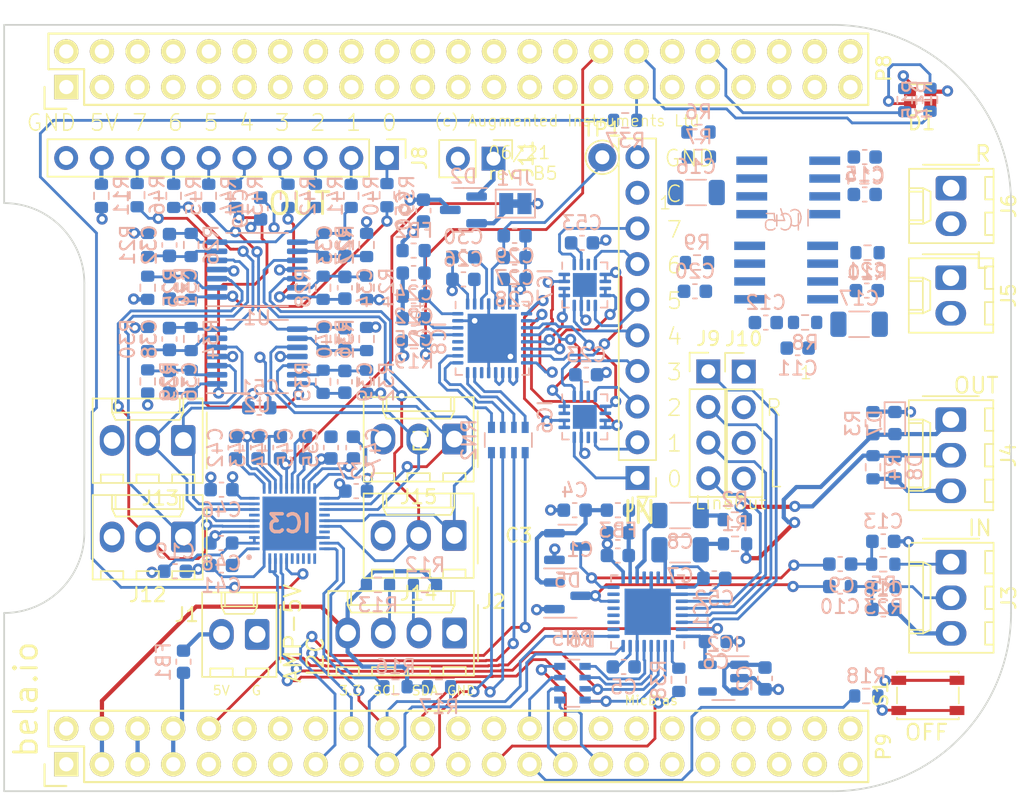
<source format=kicad_pcb>
(kicad_pcb (version 20211014) (generator pcbnew)
  (layers (0 "F.Cu" signal) (1 "In1.Cu" signal) (2 "In2.Cu" signal) (31 "B.Cu" signal) (34 "B.Paste" user) (35 "F.Paste" user) (36 "B.SilkS" user "B.Silkscreen") (37 "F.SilkS" user "F.Silkscreen") (38 "B.Mask" user) (39 "F.Mask" user) (44 "Edge.Cuts" user))
  (net 0 "")
  (net 1 "SPI_SCK")
  (net 2 "SPI_ADC_CNV")
  (net 3 "SPI_MISO")
  (net 4 "SPI_MOSI")
  (net 5 "+3.3VA")
  (net 6 "GND")
  (net 7 "+3V3")
  (net 8 "+1V8")
  (net 9 "/Audio Codec/AUD_HPROUT")
  (net 10 "+5V_AMP")
  (net 11 "Net-(C7-Pad2)")
  (net 12 "/Audio Codec/AUD_HPLOUT")
  (net 13 "Net-(C8-Pad2)")
  (net 14 "/Audio Codec/LINE1RP")
  (net 15 "Net-(C13-Pad2)")
  (net 16 "/Audio Codec/LINE1LP")
  (net 17 "Net-(C10-Pad2)")
  (net 18 "+3.3V")
  (net 19 "GNDA")
  (net 20 "Net-(C41-Pad2)")
  (net 21 "Net-(C42-Pad2)")
  (net 22 "Net-(C43-Pad2)")
  (net 23 "Net-(C14-Pad2)")
  (net 24 "Net-(C45-Pad1)")
  (net 25 "Net-(C45-Pad2)")
  (net 26 "Net-(C47-Pad2)")
  (net 27 "/Audio Power Amp/AMP_INR")
  (net 28 "/Audio Power Amp/AMP_INL")
  (net 29 "+5V")
  (net 37 "/Analog Input/5V_ANALOG")
  (net 38 "/Analog Input/REFP")
  (net 39 "/Analog Output/ANALOG_OUT0")
  (net 40 "/Analog Output/ANALOG_OUT1")
  (net 41 "/Analog Output/ANALOG_OUT2")
  (net 42 "/Analog Output/ANALOG_OUT3")
  (net 43 "/Analog Output/ANALOG_OUT4")
  (net 44 "/Analog Output/ANALOG_OUT5")
  (net 45 "/Analog Output/ANALOG_OUT7")
  (net 46 "/Analog Output/ANALOG_OUT6")
  (net 47 "/Analog Output/PNEG")
  (net 48 "Net-(C49-Pad1)")
  (net 49 "/Analog Output/VNEG_IN")
  (net 50 "/Audio Codec/AUDIO_HPR")
  (net 51 "Net-(IC4-Pad4)")
  (net 52 "Net-(IC5-Pad4)")
  (net 53 "AMP_SH{slash}")
  (net 54 "/Audio Codec/AUDIO_HPL")
  (net 55 "/Audio Codec/AUDIO_LINE_L+")
  (net 94 "+5VP")
  (net 103 "/Audio Codec/AUDIO_LINE_L-")
  (net 115 "/Audio Codec/AUDIO_LINE_R+")
  (net 116 "/Audio Codec/AUDIO_LINE_R-")
  (net 122 "Net-(C15-Pad2)")
  (net 123 "Net-(C31-Pad2)")
  (net 125 "AUD_DOUT2")
  (net 126 "Net-(J8-Pad1)")
  (net 127 "Net-(J8-Pad2)")
  (net 128 "Net-(J8-Pad3)")
  (net 129 "Net-(J8-Pad4)")
  (net 130 "Net-(J8-Pad5)")
  (net 131 "Net-(J8-Pad6)")
  (net 132 "Net-(J8-Pad7)")
  (net 133 "Net-(J8-Pad8)")
  (net 134 "Net-(J8-Pad9)")
  (net 135 "/Analog Output/DAC0")
  (net 136 "AUD_DIN")
  (net 137 "AUD_DOUT")
  (net 138 "AUD_WCLK")
  (net 139 "AUD_BCLK")
  (net 140 "AUD_MCLK")
  (net 141 "SDA")
  (net 142 "SCL")
  (net 143 "ADC_DAC_EN")
  (net 144 "/Analog Output/DAC2")
  (net 145 "Net-(C12-Pad1)")
  (net 146 "/Analog Output/GND_SNS_L")
  (net 147 "Net-(C26-Pad1)")
  (net 148 "/Analog Output/DAC4")
  (net 149 "Net-(C28-Pad1)")
  (net 150 "Net-(C30-Pad1)")
  (net 151 "Net-(D1-Pad1)")
  (net 152 "Net-(D1-Pad2)")
  (net 153 "RESETN")
  (net 154 "/Analog Output/DAC6")
  (net 155 "/Analog Output/DAC7")
  (net 156 "/Analog Output/DAC5")
  (net 157 "/Analog Output/GND_SNS_R")
  (net 158 "/Analog Output/DAC3")
  (net 160 "/Analog Output/DAC1")
  (net 161 "/Audio Power Amp/AMP_OUTR-")
  (net 163 "/Audio Power Amp/AMP_OUTR+")
  (net 164 "/Audio Power Amp/AMP_OUTL-")
  (net 166 "/Audio Power Amp/AMP_OUTL+")
  (net 167 "/Analog Input/ANALOG2")
  (net 169 "/Analog Input/ANALOG3")
  (net 170 "Net-(IC8-Pad17)")
  (net 171 "Net-(IC8-Pad19)")
  (net 173 "Net-(IC8-Pad23)")
  (net 174 "Net-(IC8-Pad24)")
  (net 175 "Net-(IC8-Pad25)")
  (net 176 "Net-(IC8-Pad26)")
  (net 179 "/I2C1_SDA")
  (net 180 "/I2C1_SCL")
  (net 181 "/SHUTDOWN_REQ{slash}")
  (net 182 "Net-(R18-Pad1)")
  (net 183 "Net-(C32-Pad2)")
  (net 184 "Net-(C33-Pad2)")
  (net 185 "Net-(C34-Pad2)")
  (net 186 "Net-(C36-Pad2)")
  (net 187 "Net-(C11-Pad1)")
  (net 188 "Net-(C38-Pad2)")
  (net 189 "Net-(C39-Pad2)")
  (net 190 "/Analog Input/ANALOG0")
  (net 191 "Net-(C40-Pad2)")
  (net 192 "/Analog Input/ANALOG1")
  (net 193 "/Analog Input/ANALOG4")
  (net 194 "/Analog Input/ANALOG5")
  (net 195 "/Analog Input/ANALOG6")
  (net 196 "/Analog Input/ANALOG7")
  (net 197 "/Audio Codec/AUDIO_INR")
  (net 198 "/Audio Codec/AUDIO_INL")
  (net 199 "Net-(P1-PadP8.33)")
  (net 200 "Net-(P1-PadP9.25)")
  (net 201 "Net-(P1-PadP9.28)")
  (net 202 "Net-(P1-PadP9.29)")
  (net 203 "Net-(P1-PadP9.30)")
  (net 204 "Net-(P1-PadP9.31)")
  (net 205 "Net-(IC6-Pad5)")
  (net 206 "Net-(IC6-Pad7)")
  (net 207 "Net-(IC6-Pad13)")
  (net 208 "Net-(IC6-Pad15)")
  (net 209 "Net-(IC7-Pad5)")
  (net 210 "Net-(IC7-Pad7)")
  (net 211 "Net-(IC7-Pad13)")
  (net 212 "Net-(IC7-Pad15)")
  (net 213 "Net-(D2-Pad2)")
  (net 214 "/LED1")
  (net 215 "/LED0")
  (footprint "Connector_Molex:Molex_KK-254_AE-6410-02A_1x02_P2.54mm_Vertical" (layer "F.Cu") (at 130.65 121.2 180)
    (fp_text reference "J1")
    (fp_text value "Conn_01x02")
  )
  (footprint "Connector_Molex:Molex_KK-254_AE-6410-02A_1x02_P2.54mm_Vertical" (layer "F.Cu") (at 180.08 95.78 -90)
    (fp_text reference "J5")
    (fp_text value "Conn_01x02")
  )
  (footprint "Bela:BeagleBone_Black_Sockets_Board_outline" (layer "F.Cu") (at 143.34 107.555 90)
    (fp_text reference "P1")
    (fp_text value "BeagleBone_Black_Header")
    (fp_line (start 29.79 28.335) (end 29.79 -30.72) (layer "Edge.Cuts") (width 0.127))
    (fp_line (start 29.79 -30.72) (end 17.09 -30.72) (layer "Edge.Cuts") (width 0.127))
    (fp_line (start -24.82 28.335) (end -24.82 -30.72) (layer "Edge.Cuts") (width 0.127))
    (fp_line (start -12.12 -30.72) (end -24.82 -30.72) (layer "Edge.Cuts") (width 0.127))
    (fp_line (start 17.09 41.035) (end -12.12 41.035) (layer "Edge.Cuts") (width 0.127))
    (fp_line (start 11.375 -25.005) (end -6.405 -25.005) (layer "Edge.Cuts") (width 0.127))
    (fp_arc (start 17.09 -30.72) (mid 15.416115 -26.678885) (end 11.375 -25.005) (layer "Edge.Cuts") (width 0.127))
    (fp_arc (start -6.405 -25.005) (mid -10.446115 -26.678885) (end -12.12 -30.72) (layer "Edge.Cuts") (width 0.127))
    (fp_arc (start -12.12 41.035) (mid -21.100256 37.315256) (end -24.82 28.335) (layer "Edge.Cuts") (width 0.127))
    (fp_arc (start 29.79 28.335) (mid 26.070256 37.315256) (end 17.09 41.035) (layer "Edge.Cuts") (width 0.127))
  )
  (footprint "LED_SMD:LED_LiteOn_LTST-C19HE1WT" (layer "F.Cu") (at 177.9 82.95 90)
    (fp_text reference "D1")
    (fp_text value "LTST-C195TBJRKT")
  )
  (footprint "Connector_Molex:Molex_KK-254_AE-6410-02A_1x02_P2.54mm_Vertical" (layer "F.Cu") (at 180.1 89.4 -90)
    (fp_text reference "J6")
    (fp_text value "Conn_01x02")
  )
  (footprint "Connector_Molex:Molex_KK-254_AE-6410-03A_1x03_P2.54mm_Vertical" (layer "F.Cu") (at 180.1 116.05 -90)
    (fp_text reference "J3")
    (fp_text value "Conn_01x03")
  )
  (footprint "Connector_PinHeader_2.54mm:PinHeader_1x10_P2.54mm_Vertical" (layer "F.Cu") (at 139.9 87.25 -90)
    (fp_text reference "J8")
    (fp_text value "Conn_01x10")
  )
  (footprint "Connector_Molex:Molex_KK-254_AE-6410-03A_1x03_P2.54mm_Vertical" (layer "F.Cu") (at 125.39 114.26 180)
    (fp_text reference "J12")
    (fp_text value "Conn_01x03")
  )
  (footprint "TestPoint:TestPoint_THTPad_D2.0mm_Drill1.0mm" (layer "F.Cu") (at 155.25 87.2)
    (fp_text reference "TP1")
    (fp_text value "TestPoint")
  )
  (footprint "Connector_PinHeader_2.54mm:PinHeader_1x04_P2.54mm_Vertical" (layer "F.Cu") (at 165.3286 102.4736)
    (fp_text reference "J10")
    (fp_text value "Conn_01x04")
  )
  (footprint "Connector_Molex:Molex_KK-254_AE-6410-03A_1x03_P2.54mm_Vertical" (layer "F.Cu") (at 180.08 105.8926 -90)
    (fp_text reference "J4")
    (fp_text value "Conn_01x03")
  )
  (footprint "Connector_PinHeader_2.54mm:PinHeader_1x04_P2.54mm_Vertical" (layer "F.Cu") (at 162.8 102.455)
    (fp_text reference "J9")
    (fp_text value "Conn_01x04")
  )
  (footprint "Connector_Molex:Molex_KK-254_AE-6410-04A_1x04_P2.54mm_Vertical" (layer "F.Cu") (at 144.72 121.1 180)
    (fp_text reference "J2")
    (fp_text value "Conn_01x04")
  )
  (footprint "Connector_Molex:Molex_KK-254_AE-6410-03A_1x03_P2.54mm_Vertical" (layer "F.Cu") (at 144.7 114.15 180)
    (fp_text reference "J14")
    (fp_text value "Conn_01x03")
  )
  (footprint "Connector_Molex:Molex_KK-254_AE-6410-03A_1x03_P2.54mm_Vertical" (layer "F.Cu") (at 144.7 107.28 180)
    (fp_text reference "J15")
    (fp_text value "Conn_01x03")
  )
  (footprint "Button_Switch_SMD:SW_SPST_PTS810" (layer "F.Cu") (at 178.45 125.55 180)
    (fp_text reference "S1")
    (fp_text value "PTS810")
  )
  (footprint "Connector_PinHeader_2.54mm:PinHeader_1x02_P2.54mm_Vertical" (layer "F.Cu") (at 147.495 87.3 -90)
    (fp_text reference "J11")
    (fp_text value "Conn_01x02")
  )
  (footprint "Connector_Molex:Molex_KK-254_AE-6410-03A_1x03_P2.54mm_Vertical" (layer "F.Cu") (at 125.39 107.38 180)
    (fp_text reference "J13")
    (fp_text value "Conn_01x03")
  )
  (footprint "Connector_PinHeader_2.54mm:PinHeader_1x10_P2.54mm_Vertical" (layer "F.Cu") (at 157.75 110.05 180)
    (fp_text reference "J7")
    (fp_text value "Conn_01x10")
  )
  (footprint "bela_cape:SO8" (layer "B.Cu") (at 168.348572 95.415 -90)
    (fp_text reference "IC4")
    (fp_text value "LM4876")
  )
  (footprint "Resistor_SMD:R_0603_1608Metric" (layer "B.Cu") (at 124.7 89.95 90)
    (fp_text reference "R45")
    (fp_text value "220")
  )
  (footprint "Resistor_SMD:R_0603_1608Metric" (layer "B.Cu") (at 125.95 96.5 -90)
    (fp_text reference "R25")
    (fp_text value "R")
  )
  (footprint "Resistor_SMD:R_0603_1608Metric" (layer "B.Cu") (at 142.61 117.68 180)
    (fp_text reference "R12")
    (fp_text value "10k")
  )
  (footprint "Resistor_SMD:R_0603_1608Metric" (layer "B.Cu") (at 138.45 93.45 -90)
    (fp_text reference "R22")
    (fp_text value "R")
  )
  (footprint "Jumper:SolderJumper-2_P1.3mm_Bridged_Pad1.0x1.5mm" (layer "B.Cu") (at 149.05 90.5 180)
    (fp_text reference "JP1")
    (fp_text value "SolderJumper_2_Bridged")
  )
  (footprint "Capacitor_SMD:C_0603_1608Metric" (layer "B.Cu") (at 136.9 96.5 90)
    (fp_text reference "C34")
    (fp_text value "C")
  )
  (footprint "Capacitor_SMD:C_0603_1608Metric" (layer "B.Cu") (at 128.09 114.69)
    (fp_text reference "C48")
    (fp_text value "1uF")
  )
  (footprint "Capacitor_SMD:C_0603_1608Metric" (layer "B.Cu") (at 136.9 100.15 -90)
    (fp_text reference "C40")
    (fp_text value "C")
  )
  (footprint "Capacitor_SMD:C_0603_1608Metric" (layer "B.Cu") (at 149 94.35)
    (fp_text reference "C27")
    (fp_text value "10uF")
  )
  (footprint "Capacitor_SMD:C_0603_1608Metric" (layer "B.Cu") (at 149 95.9)
    (fp_text reference "C28")
    (fp_text value "1uF")
  )
  (footprint "Capacitor_SMD:C_0603_1608Metric" (layer "B.Cu") (at 128.09 116.29)
    (fp_text reference "C41")
    (fp_text value "1uF")
  )
  (footprint "Package_TO_SOT_SMD:SOT-23" (layer "B.Cu") (at 145.35 90.95 180)
    (fp_text reference "D2")
    (fp_text value "BAS70-06")
  )
  (footprint "Resistor_SMD:R_0603_1608Metric" (layer "B.Cu") (at 122.1 89.9 90)
    (fp_text reference "R46")
    (fp_text value "220")
  )
  (footprint "Capacitor_SMD:C_0603_1608Metric" (layer "B.Cu") (at 128.11 110.89)
    (fp_text reference "C46")
    (fp_text value "1uF")
  )
  (footprint "Capacitor_SMD:C_0603_1608Metric" (layer "B.Cu") (at 141.8 95.45)
    (fp_text reference "C24")
    (fp_text value "10uF")
  )
  (footprint "Resistor_SMD:R_0603_1608Metric" (layer "B.Cu") (at 135.35 103.2 -90)
    (fp_text reference "R35")
    (fp_text value "R")
  )
  (footprint "Resistor_SMD:R_0603_1608Metric" (layer "B.Cu") (at 162.13 87.18 180)
    (fp_text reference "R7")
    (fp_text value "22k")
  )
  (footprint "Capacitor_SMD:C_0603_1608Metric" (layer "B.Cu") (at 163.34 121.71)
    (fp_text reference "C6")
    (fp_text value "0.1uF")
  )
  (footprint "Package_DFN_QFN:VQFN-32-1EP_5x5mm_P0.5mm_EP3.5x3.5mm" (layer "B.Cu") (at 147.4 100.1 -90)
    (fp_text reference "IC8")
    (fp_text value "ADS8168")
  )
  (footprint "Resistor_SMD:R_0603_1608Metric" (layer "B.Cu") (at 161.998572 94.7 180)
    (fp_text reference "R9")
    (fp_text value "43k")
  )
  (footprint "Capacitor_SMD:C_0603_1608Metric" (layer "B.Cu") (at 156.36 113.96 180)
    (fp_text reference "C1")
    (fp_text value "10uF")
  )
  (footprint "Capacitor_SMD:C_0603_1608Metric" (layer "B.Cu") (at 169.17 100.8)
    (fp_text reference "C11")
    (fp_text value "1uF")
  )
  (footprint "Resistor_SMD:R_0603_1608Metric" (layer "B.Cu") (at 141.825 100.3)
    (fp_text reference "R19")
    (fp_text value "10k")
  )
  (footprint "Resistor_SMD:R_0603_1608Metric" (layer "B.Cu") (at 174.06 125.59 180)
    (fp_text reference "R18")
    (fp_text value "100")
  )
  (footprint "Capacitor_SMD:C_0603_1608Metric" (layer "B.Cu") (at 173.948572 89.85 180)
    (fp_text reference "C15")
    (fp_text value "0.1uF")
  )
  (footprint "Capacitor_SMD:C_0603_1608Metric" (layer "B.Cu") (at 175.27 119.42 180)
    (fp_text reference "C18")
    (fp_text value "47pF")
  )
  (footprint "Resistor_SMD:R_0603_1608Metric" (layer "B.Cu") (at 122.85 100.15 -90)
    (fp_text reference "R30")
    (fp_text value "R")
  )
  (footprint "Capacitor_SMD:C_0603_1608Metric" (layer "B.Cu") (at 136.9 103.2 90)
    (fp_text reference "C39")
    (fp_text value "C")
  )
  (footprint "Resistor_SMD:R_0603_1608Metric" (layer "B.Cu") (at 134.8 89.95 90)
    (fp_text reference "R41")
    (fp_text value "220")
  )
  (footprint "Capacitor_SMD:C_0603_1608Metric" (layer "B.Cu") (at 156.77 123.52)
    (fp_text reference "C5")
    (fp_text value "0.1uF")
  )
  (footprint "Inductor_SMD:L_0603_1608Metric" (layer "B.Cu") (at 125.4 123.15 -90)
    (fp_text reference "FB1")
    (fp_text value "MPZ1608S121ATAH0")
  )
  (footprint "Resistor_SMD:R_0603_1608Metric" (layer "B.Cu") (at 125.95 93.45 90)
    (fp_text reference "R26")
    (fp_text value "R")
  )
  (footprint "Capacitor_SMD:C_0603_1608Metric" (layer "B.Cu") (at 166.898572 98.98 180)
    (fp_text reference "C12")
    (fp_text value "1uF")
  )
  (footprint "Capacitor_SMD:C_0603_1608Metric" (layer "B.Cu") (at 132.31 107.89 -90)
    (fp_text reference "C44")
    (fp_text value "47uF")
  )
  (footprint "Capacitor_SMD:C_0603_1608Metric" (layer "B.Cu") (at 141.8 97.1)
    (fp_text reference "C22")
    (fp_text value "0.1uF")
  )
  (footprint "Resistor_SMD:R_0603_1608Metric" (layer "B.Cu") (at 174.148572 94)
    (fp_text reference "R10")
    (fp_text value "43k")
  )
  (footprint "Capacitor_SMD:C_0603_1608Metric" (layer "B.Cu") (at 172.2 116.19)
    (fp_text reference "C9")
    (fp_text value "1uF")
  )
  (footprint "Diode_SMD:D_0603_1608Metric" (layer "B.Cu") (at 176.11 109.29 90)
    (fp_text reference "D8")
    (fp_text value "PESD0603-240")
  )
  (footprint "Package_TO_SOT_SMD:SOT-23" (layer "B.Cu") (at 152.77 114.94)
    (fp_text reference "D5")
    (fp_text value "BAS70-04")
  )
  (footprint "Resistor_SMD:R_0603_1608Metric" (layer "B.Cu") (at 132.85 89.95 90)
    (fp_text reference "R42")
    (fp_text value "220")
  )
  (footprint "Package_TO_SOT_SMD:SOT-23-5" (layer "B.Cu") (at 163.88 124.32 180)
    (fp_text reference "IC2")
    (fp_text value "MIC5317")
  )
  (footprint "Capacitor_SMD:C_0603_1608Metric" (layer "B.Cu") (at 124.4 93.45 -90)
    (fp_text reference "C32")
    (fp_text value "C")
  )
  (footprint "Resistor_SMD:R_0603_1608Metric" (layer "B.Cu") (at 160.7 124.44 -90)
    (fp_text reference "R38")
    (fp_text value "22")
  )
  (footprint "Resistor_SMD:R_0603_1608Metric" (layer "B.Cu") (at 138.45 100.15 -90)
    (fp_text reference "R31")
    (fp_text value "R")
  )
  (footprint "Resistor_SMD:R_0603_1608Metric" (layer "B.Cu") (at 164.71 114.75 180)
    (fp_text reference "R1")
    (fp_text value "15")
  )
  (footprint "Resistor_SMD:R_0603_1608Metric" (layer "B.Cu") (at 135.35 93.45 90)
    (fp_text reference "R27")
    (fp_text value "R")
  )
  (footprint "Package_TO_SOT_SMD:SOT-23" (layer "B.Cu") (at 152.77 118.45)
    (fp_text reference "D6")
    (fp_text value "BAS70-04")
  )
  (footprint "Resistor_SMD:R_0603_1608Metric" (layer "B.Cu") (at 140.51 124.93 180)
    (fp_text reference "R16")
    (fp_text value "10k")
  )
  (footprint "Capacitor_SMD:C_0603_1608Metric" (layer "B.Cu") (at 172.2 117.79)
    (fp_text reference "C10")
    (fp_text value "1uF")
  )
  (footprint "Capacitor_SMD:C_0603_1608Metric" (layer "B.Cu") (at 153.8 93.3 180)
    (fp_text reference "C53")
    (fp_text value "0.1uF")
  )
  (footprint "Inductor_SMD:L_0603_1608Metric" (layer "B.Cu") (at 156.36 112.35)
    (fp_text reference "FB3")
    (fp_text value "MPZ1608S121ATAH0")
  )
  (footprint "Resistor_SMD:R_0603_1608Metric" (layer "B.Cu") (at 122.85 93.45 -90)
    (fp_text reference "R21")
    (fp_text value "R")
  )
  (footprint "Bela:QFN40P500X500X80-41N-D" (layer "B.Cu") (at 132.95 113.3)
    (fp_text reference "IC3")
    (fp_text value "ES9080Q" hide)
  )
  (footprint "Package_DFN_QFN:QFN-16-1EP_3x3mm_P0.5mm_EP1.7x1.7mm" (layer "B.Cu") (at 154 105.7 -90)
    (fp_text reference "IC6")
    (fp_text value "TSV524xIQ4T")
  )
  (footprint "Inductor_SMD:L_0603_1608Metric" (layer "B.Cu") (at 141.8 93.85 180)
    (fp_text reference "FB2")
    (fp_text value "MPZ1608S121ATAH0")
  )
  (footprint "Resistor_SMD:R_0603_1608Metric" (layer "B.Cu") (at 175.27 116.2)
    (fp_text reference "R5")
    (fp_text value "220")
  )
  (footprint "Resistor_SMD:R_0603_1608Metric" (layer "B.Cu") (at 135.35 96.5 -90)
    (fp_text reference "R28")
    (fp_text value "R")
  )
  (footprint "Capacitor_SMD:C_0603_1608Metric" (layer "B.Cu") (at 135.91 107.89 -90)
    (fp_text reference "C35")
    (fp_text value "1uF")
  )
  (footprint "Resistor_SMD:R_0603_1608Metric" (layer "B.Cu") (at 138.45 103.2 90)
    (fp_text reference "R32")
    (fp_text value "R")
  )
  (footprint "Resistor_SMD:R_0603_1608Metric" (layer "B.Cu") (at 164.69 113.02 180)
    (fp_text reference "R2")
    (fp_text value "15")
  )
  (footprint "Resistor_SMD:R_0603_1608Metric" (layer "B.Cu") (at 174.53 106.15 -90)
    (fp_text reference "R3")
    (fp_text value "3.3k")
  )
  (footprint "Package_DFN_QFN:QFN-32-1EP_5x5mm_P0.5mm_EP3.3x3.3mm" (layer "B.Cu") (at 158.4825 119.59 90)
    (fp_text reference "IC1")
    (fp_text value "TLV320AIC3104")
  )
  (footprint "Resistor_SMD:R_0603_1608Metric" (layer "B.Cu") (at 122.85 96.5 90)
    (fp_text reference "R20")
    (fp_text value "R")
  )
  (footprint "Capacitor_SMD:C_0603_1608Metric" (layer "B.Cu") (at 130.8 105.05 180)
    (fp_text reference "C51")
    (fp_text value "0.1uF")
  )
  (footprint "Resistor_SMD:R_0603_1608Metric" (layer "B.Cu") (at 138.45 96.5 90)
    (fp_text reference "R24")
    (fp_text value "R")
  )
  (footprint "Capacitor_SMD:C_0603_1608Metric" (layer "B.Cu") (at 134.1 107.89 -90)
    (fp_text reference "C45")
    (fp_text value "2.2uF, 10V")
  )
  (footprint "Capacitor_SMD:C_0603_1608Metric" (layer "B.Cu") (at 130.71 107.89 -90)
    (fp_text reference "C43")
    (fp_text value "4.7uF")
  )
  (footprint "Resistor_SMD:R_0603_1608Metric" (layer "B.Cu") (at 175.28 117.8)
    (fp_text reference "R23")
    (fp_text value "220")
  )
  (footprint "Resistor_SMD:R_0603_1608Metric" (layer "B.Cu") (at 137.35 89.95 90)
    (fp_text reference "R40")
    (fp_text value "220")
  )
  (footprint "Package_DFN_QFN:QFN-16-1EP_3x3mm_P0.5mm_EP1.7x1.7mm" (layer "B.Cu") (at 154 96.3 -90)
    (fp_text reference "IC7")
    (fp_text value "TSV524xIQ4T")
  )
  (footprint "Resistor_SMD:R_0603_1608Metric" (layer "B.Cu") (at 162.1 85.4 180)
    (fp_text reference "R6")
    (fp_text value "22k")
  )
  (footprint "Capacitor_SMD:C_0603_1608Metric" (layer "B.Cu") (at 156.355 115.58 180)
    (fp_text reference "C3")
    (fp_text value "0.1uF")
  )
  (footprint "Diode_SMD:D_0603_1608Metric" (layer "B.Cu") (at 176.1 106.14 -90)
    (fp_text reference "D7")
    (fp_text value "PESD0603-240")
  )
  (footprint "Resistor_SMD:R_0603_1608Metric" (layer "B.Cu") (at 129.1 89.95 90)
    (fp_text reference "R43")
    (fp_text value "220")
  )
  (footprint "Capacitor_SMD:C_0603_1608Metric" (layer "B.Cu") (at 175.27 114.57 180)
    (fp_text reference "C13")
    (fp_text value "47pF")
  )
  (footprint "Resistor_SMD:R_0603_1608Metric" (layer "B.Cu") (at 139.9 89.9 90)
    (fp_text reference "R39")
    (fp_text value "220")
  )
  (footprint "Capacitor_SMD:C_0603_1608Metric" (layer "B.Cu") (at 163.23 117.2)
    (fp_text reference "C52")
    (fp_text value "0.1uF")
  )
  (footprint "Capacitor_SMD:C_0603_1608Metric" (layer "B.Cu") (at 137.71 110.99 180)
    (fp_text reference "C37")
    (fp_text value "1uF")
  )
  (footprint "Resistor_SMD:R_0603_1608Metric" (layer "B.Cu") (at 135.35 100.15 90)
    (fp_text reference "R36")
    (fp_text value "R")
  )
  (footprint "Capacitor_SMD:C_0603_1608Metric" (layer "B.Cu") (at 124.4 103.2 90)
    (fp_text reference "C36")
    (fp_text value "C")
  )
  (footprint "Capacitor_SMD:C_0603_1608Metric" (layer "B.Cu") (at 142.5 91 -90)
    (fp_text reference "C50")
    (fp_text value "0.1uF")
  )
  (footprint "Resistor_SMD:R_0603_1608Metric" (layer "B.Cu") (at 143.61 124.93)
    (fp_text reference "R17")
    (fp_text value "10k")
  )
  (footprint "Capacitor_SMD:C_0603_1608Metric" (layer "B.Cu") (at 124.8 116.7 180)
    (fp_text reference "C19")
    (fp_text value "1uF")
  )
  (footprint "bela_cape:SO8" (layer "B.Cu") (at 168.498572 89.35 90)
    (fp_text reference "IC5")
    (fp_text value "LM4876")
  )
  (footprint "Capacitor_SMD:C_0603_1608Metric" (layer "B.Cu") (at 124.4 96.5 90)
    (fp_text reference "C31")
    (fp_text value "C")
  )
  (footprint "Resistor_SMD:R_0603_1608Metric" (layer "B.Cu") (at 119.55 89.95 90)
    (fp_text reference "R11")
    (fp_text value "100")
  )
  (footprint "Capacitor_SMD:C_0603_1608Metric" (layer "B.Cu") (at 130.9 90.85 -90)
    (fp_text reference "C49")
    (fp_text value "10uF, 10V")
  )
  (footprint "Capacitor_SMD:C_0603_1608Metric" (layer "B.Cu") (at 136.9 93.45 -90)
    (fp_text reference "C33")
    (fp_text value "C")
  )
  (footprint "Capacitor_SMD:C_0603_1608Metric" (layer "B.Cu") (at 145.35 94.3 180)
    (fp_text reference "C30")
    (fp_text value "1uF")
  )
  (footprint "Capacitor_SMD:C_0603_1608Metric" (layer "B.Cu") (at 173.948572 87.183)
    (fp_text reference "C14")
    (fp_text value "0.1uF")
  )
  (footprint "Capacitor_SMD:C_0603_1608Metric" (layer "B.Cu") (at 166.84 124.34 -90)
    (fp_text reference "C2")
    (fp_text value "1uF")
  )
  (footprint "Capacitor_SMD:C_0603_1608Metric" (layer "B.Cu") (at 149 92.8)
    (fp_text reference "C29")
    (fp_text value "10uF")
  )
  (footprint "Capacitor_SMD:C_0603_1608Metric" (layer "B.Cu") (at 153.28 112.35 180)
    (fp_text reference "C4")
    (fp_text value "10uF")
  )
  (footprint "Capacitor_SMD:C_0603_1608Metric" (layer "B.Cu") (at 129.11 107.89 -90)
    (fp_text reference "C42")
    (fp_text value "1uF")
  )
  (footprint "Capacitor_SMD:C_0603_1608Metric" (layer "B.Cu") (at 174.098572 96.7 180)
    (fp_text reference "C21")
    (fp_text value "0.1uF")
  )
  (footprint "Resistor_SMD:R_Array_Convex_4x0603" (layer "B.Cu") (at 148.55 107.35 -90)
    (fp_text reference "RN2")
    (fp_text value "22")
  )
  (footprint "Capacitor_SMD:C_0603_1608Metric" (layer "B.Cu") (at 145.35 95.9 180)
    (fp_text reference "C26")
    (fp_text value "1uF")
  )
  (footprint "Resistor_SMD:R_0603_1608Metric" (layer "B.Cu") (at 176.8 83.125 90)
    (fp_text reference "R14")
    (fp_text value "560")
  )
  (footprint "Capacitor_SMD:C_0603_1608Metric" (layer "B.Cu") (at 154.1 102.7 180)
    (fp_text reference "C23")
    (fp_text value "0.1uF")
  )
  (footprint "Resistor_SMD:R_0603_1608Metric" (layer "B.Cu") (at 127.2 89.95 90)
    (fp_text reference "R44")
    (fp_text value "220")
  )
  (footprint "Capacitor_SMD:C_0603_1608Metric" (layer "B.Cu") (at 141.8 98.7)
    (fp_text reference "C25")
    (fp_text value "0.1uF")
  )
  (footprint "Package_SO:TSSOP-14_4.4x5mm_P0.65mm" (layer "B.Cu") (at 130.65 95.2)
    (fp_text reference "U1")
    (fp_text value "TL974")
  )
  (footprint "Capacitor_SMD:C_0603_1608Metric" (layer "B.Cu") (at 137.51 107.89 90)
    (fp_text reference "C47")
    (fp_text value "1uF")
  )
  (footprint "Resistor_SMD:R_0603_1608Metric" (layer "B.Cu") (at 156.88 84.57)
    (fp_text reference "R37")
    (fp_text value "22")
  )
  (footprint "Resistor_SMD:R_0603_1608Metric" (layer "B.Cu") (at 122.85 103.175 90)
    (fp_text reference "R29")
    (fp_text value "R")
  )
  (footprint "Capacitor_SMD:C_0603_1608Metric" (layer "B.Cu") (at 124.4 100.15 -90)
    (fp_text reference "C38")
    (fp_text value "C")
  )
  (footprint "Capacitor_SMD:C_1206_3216Metric" (layer "B.Cu") (at 173.548572 99.1 180)
    (fp_text reference "C17")
    (fp_text value "47uF")
  )
  (footprint "Resistor_SMD:R_0603_1608Metric" (layer "B.Cu") (at 139.26 117.67)
    (fp_text reference "R13")
    (fp_text value "10k")
  )
  (footprint "Capacitor_SMD:C_1206_3216Metric" (layer "B.Cu") (at 161.928572 89.71 180)
    (fp_text reference "C16")
    (fp_text value "47uF")
  )
  (footprint "Resistor_SMD:R_Array_Convex_4x0603" (layer "B.Cu") (at 153.12 124.68 180)
    (fp_text reference "RN5")
    (fp_text value "22")
  )
  (footprint "Resistor_SMD:R_0603_1608Metric" (layer "B.Cu") (at 174.54 109.29 90)
    (fp_text reference "R4")
    (fp_text value "3.3k")
  )
  (footprint "Capacitor_SMD:C_0603_1608Metric" (layer "B.Cu") (at 161.848572 96.75 180)
    (fp_text reference "C20")
    (fp_text value "0.1uF")
  )
  (footprint "Resistor_SMD:R_0603_1608Metric" (layer "B.Cu") (at 125.95 100.15 90)
    (fp_text reference "R34")
    (fp_text value "R")
  )
  (footprint "Capacitor_SMD:C_1206_3216Metric" (layer "B.Cu") (at 160.79 115.17)
    (fp_text reference "C7")
    (fp_text value "47uF")
  )
  (footprint "Resistor_SMD:R_0603_1608Metric" (layer "B.Cu") (at 169.7 98.97)
    (fp_text reference "R8")
    (fp_text value "22k")
  )
  (footprint "Package_SO:TSSOP-14_4.4x5mm_P0.65mm" (layer "B.Cu") (at 130.65 101.4)
    (fp_text reference "U2")
    (fp_text value "TL974")
  )
  (footprint "Resistor_SMD:R_0603_1608Metric" (layer "B.Cu") (at 178.6 83.1 -90)
    (fp_text reference "R15")
    (fp_text value "560")
  )
  (footprint "Resistor_SMD:R_0603_1608Metric" (layer "B.Cu") (at 125.95 103.2 -90)
    (fp_text reference "R33")
    (fp_text value "R")
  )
  (footprint "Capacitor_SMD:C_1206_3216Metric" (layer "B.Cu") (at 160.79 112.73)
    (fp_text reference "C8")
    (fp_text value "47uF")
  )
  (gr_circle (center 157.75 110.05) (end 157.85 109.85) (layer "F.SilkS") (width 0.12) (fill none))
  (gr_circle (center 137.1 121.1) (end 137.3 120.95) (layer "F.SilkS") (width 0.12) (fill none))
  (gr_circle (center 128.1 121.2) (end 128.15 121) (layer "F.SilkS") (width 0.12) (fill none))
  (gr_text "Vref" (at 141.5354 100.2206 -90) (layer "B.SilkS") (effects (font (size 0.9144 0.9144) (thickness 0.1016)) (justify left bottom mirror)))
  (gr_text "4" (at 161.0106 99.2886) (layer "F.SilkS") (effects (font (size 1.1684 1.1684) (thickness 0.1016)) (justify right top)))
  (gr_text "3" (at 161.0106 101.8286) (layer "F.SilkS") (effects (font (size 1.1684 1.1684) (thickness 0.1016)) (justify right top)))
  (gr_text "5" (at 127.9906 84.0486) (layer "F.SilkS") (effects (font (size 1.1684 1.1684) (thickness 0.1016)) (justify right top)))
  (gr_text "SCL" (at 140.8176 124.8156) (layer "F.SilkS") (effects (font (size 0.67056 0.67056) (thickness 0.09144)) (justify right top)))
  (gr_text "GND" (at 146.2786 124.8156) (layer "F.SilkS") (effects (font (size 0.67056 0.67056) (thickness 0.09144)) (justify right top)))
  (gr_text "2" (at 135.6106 84.0486) (layer "F.SilkS") (effects (font (size 1.1684 1.1684) (thickness 0.1016)) (justify right top)))
  (gr_text "SDA" (at 143.6116 124.8156) (layer "F.SilkS") (effects (font (size 0.67056 0.67056) (thickness 0.09144)) (justify right top)))
  (gr_text "1" (at 159.233 90.993) (layer "F.SilkS") (effects (font (size 0.93472 0.93472) (thickness 0.08128)) (justify left bottom)))
  (gr_text "OUT" (at 131.2926 91.4146) (layer "F.SilkS") (effects (font (size 1.56464 1.56464) (thickness 0.21336)) (justify left bottom)))
  (gr_text "MicBias" (at 160.6931 125.5141) (layer "F.SilkS") (effects (font (size 0.67056 0.67056) (thickness 0.09144)) (justify right top)))
  (gr_text "IN" (at 181.2036 114.2746) (layer "F.SilkS") (effects (font (size 1.1176 1.1176) (thickness 0.1524)) (justify left bottom)))
  (gr_text "OUT" (at 180.1876 104.1146) (layer "F.SilkS") (effects (font (size 1.1176 1.1176) (thickness 0.1524)) (justify left bottom)))
  (gr_text "7" (at 161.0106 91.6686) (layer "F.SilkS") (effects (font (size 1.1684 1.1684) (thickness 0.1016)) (justify right top)))
  (gr_text "7" (at 122.9106 84.0486) (layer "F.SilkS") (effects (font (size 1.1684 1.1684) (thickness 0.1016)) (justify right top)))
  (gr_text "I2C" (at 135.4836 124.3076 90) (layer "F.SilkS") (effects (font (size 1.1684 1.1684)) (justify left bottom)))
  (gr_text "5V" (at 128.76 124.81) (layer "F.SilkS") (effects (font (size 0.67056 0.67056) (thickness 0.09144)) (justify right top)))
  (gr_text "(c) Augmented Instruments Ltd" (at 143.2306 85.0646) (layer "F.SilkS") (effects (font (size 0.8001 0.8001) (thickness 0.0889)) (justify left bottom)))
  (gr_text "1" (at 138.1506 84.0486) (layer "F.SilkS") (effects (font (size 1.1684 1.1684) (thickness 0.1016)) (justify right top)))
  (gr_text "0" (at 140.6906 84.0486) (layer "F.SilkS") (effects (font (size 1.1684 1.1684) (thickness 0.1016)) (justify right top)))
  (gr_text "4" (at 130.5306 84.0486) (layer "F.SilkS") (effects (font (size 1.1684 1.1684) (thickness 0.1016)) (justify right top)))
  (gr_text "1" (at 169.2656 103.0986) (layer "F.SilkS") (effects (font (size 0.93472 0.93472) (thickness 0.08128)) (justify left bottom)))
  (gr_text "5V" (at 120.8786 84.0486) (layer "F.SilkS") (effects (font (size 1.1684 1.1684) (thickness 0.1016)) (justify right top)))
  (gr_text "GND" (at 163.2966 86.5886) (layer "F.SilkS") (effects (font (size 1.1684 1.1684) (thickness 0.1016)) (justify right top)))
  (gr_text "0" (at 161.0106 109.4486) (layer "F.SilkS") (effects (font (size 1.1684 1.1684) (thickness 0.1016)) (justify right top)))
  (gr_text "G" (at 130.99 124.81) (layer "F.SilkS") (effects (font (size 0.67056 0.67056) (thickness 0.09144)) (justify right top)))
  (gr_text "6" (at 161.0106 94.2086) (layer "F.SilkS") (effects (font (size 1.1684 1.1684) (thickness 0.1016)) (justify right top)))
  (gr_text "IN" (at 159.2226 111.5986) (layer "F.SilkS") (effects (font (size 1.56464 1.56464) (thickness 0.21336)) (justify right top)))
  (gr_text "1" (at 161.0106 106.9086) (layer "F.SilkS") (effects (font (size 1.1684 1.1684) (thickness 0.1016)) (justify right top)))
  (gr_text "3.3" (at 138.1506 124.8156) (layer "F.SilkS") (effects (font (size 0.67056 0.67056) (thickness 0.09144)) (justify right top)))
  (gr_text "R" (at 168.1226 104.3686) (layer "F.SilkS") (effects (font (size 1.1684 1.1684) (thickness 0.1016)) (justify right top)))
  (gr_text "6" (at 125.4506 84.0486) (layer "F.SilkS") (effects (font (size 1.1684 1.1684) (thickness 0.1016)) (justify right top)))
  (gr_text "5" (at 161.0106 96.7486) (layer "F.SilkS") (effects (font (size 1.1684 1.1684) (thickness 0.1016)) (justify right top)))
  (gr_text "3" (at 133.0706 84.0486) (layer "F.SilkS") (effects (font (size 1.1684 1.1684) (thickness 0.1016)) (justify right top)))
  (gr_text "2" (at 161.0106 104.3686) (layer "F.SilkS") (effects (font (size 1.1684 1.1684) (thickness 0.1016)) (justify right top)))
  (gr_text "bela.io" (at 115.125 130.1 90) (layer "F.SilkS") (effects (font (size 1.63576 1.63576) (thickness 0.2)) (justify left bottom)))
  (gr_text "OFF" (at 176.71 128.84) (layer "F.SilkS") (effects (font (size 1.1176 1.1176) (thickness 0.1524)) (justify left bottom)))
  (gr_text "06/21\nrev. B5" (at 147.0406 88.8746) (layer "F.SilkS") (effects (font (size 0.9144 0.9144) (thickness 0.1016)) (justify left bottom)))
  (gr_text "L" (at 181.7116 95.2246) (layer "F.SilkS") (effects (font (size 1.1176 1.1176) (thickness 0.1524)) (justify left bottom)))
  (gr_text "AMP-5V" (at 133.87 124.77 90) (layer "F.SilkS") (effects (font (size 1.1684 1.1684)) (justify left bottom)))
  (gr_text "C" (at 161.0106 89.1286) (layer "F.SilkS") (effects (font (size 1.1684 1.1684) (thickness 0.1016)) (justify right top)))
  (gr_text "LineOut" (at 161.7626 112.3606) (layer "F.SilkS") (effects (font (size 0.9144 0.9144) (thickness 0.1016)) (justify left bottom)))
  (gr_text "R" (at 181.7116 87.6046) (layer "F.SilkS") (effects (font (size 1.1176 1.1176) (thickness 0.1524)) (justify left bottom)))
  (gr_text "L" (at 168.1226 109.4486) (layer "F.SilkS") (effects (font (size 1.1684 1.1684) (thickness 0.1016)) (justify right top)))
  (gr_text "GND" (at 117.8306 84.0486) (layer "F.SilkS") (effects (font (size 1.1684 1.1684) (thickness 0.1016)) (justify right top)))
  (segment (start 146.536555 124.586555) (end 147.25 125.3) (width 0.2) (layer "F.Cu") (net 1))
  (segment (start 144.863445 124.586555) (end 146.536555 124.586555) (width 0.2) (layer "F.Cu") (net 1))
  (segment (start 142.45 127.915) (end 142.45 127) (width 0.2) (layer "F.Cu") (net 1))
  (segment (start 142.45 127) (end 144.863445 124.586555) (width 0.2) (layer "F.Cu") (net 1))
  (via (at 147.25 125.3) (size 0.8) (drill 0.4) (layers "F.Cu" "B.Cu") (net 1))
  (segment (start 148.15 124.4) (end 147.25 125.3) (width 0.2) (layer "B.Cu") (net 1))
  (segment (start 148.15 108.25) (end 148.15 124.4) (width 0.2) (layer "B.Cu") (net 1))
  (segment (start 135.85 122.7) (end 134.55 121.4) (width 0.2) (layer "F.Cu") (net 2))
  (segment (start 146.8 122.7) (end 135.85 122.7) (width 0.2) (layer "F.Cu") (net 2))
  (segment (start 134.55 121.4) (end 134.55 121.35) (width 0.2) (layer "F.Cu") (net 2))
  (segment (start 149.75 120.7) (end 148.8 120.7) (width 0.2) (layer "F.Cu") (net 2))
  (segment (start 148.8 120.7) (end 146.8 122.7) (width 0.2) (layer "F.Cu") (net 2))
  (via (at 149.75 120.7) (size 0.8) (drill 0.4) (layers "F.Cu" "B.Cu") (net 2))
  (via (at 134.55 121.35) (size 0.8) (drill 0.4) (layers "F.Cu" "B.Cu") (net 2))
  (segment (start 133.75 123) (end 136.2 125.45) (width 0.2) (layer "B.Cu") (net 2))
  (segment (start 134.55 121.35) (end 133.75 122.15) (width 0.2) (layer "B.Cu") (net 2))
  (segment (start 136.2 129.085) (end 134.83 130.455) (width 0.2) (layer "B.Cu") (net 2))
  (segment (start 133.75 122.15) (end 133.75 123) (width 0.2) (layer "B.Cu") (net 2))
  (segment (start 136.2 125.45) (end 136.2 129.085) (width 0.2) (layer "B.Cu") (net 2))
  (segment (start 149.75 108.25) (end 149.75 120.7) (width 0.2) (layer "B.Cu") (net 2))
  (segment (start 142.45 130.455) (end 143.65 129.255) (width 0.2) (layer "F.Cu") (net 3))
  (segment (start 143.65 126.8) (end 145.1727 125.2773) (width 0.2) (layer "F.Cu") (net 3))
  (segment (start 143.65 129.255) (end 143.65 126.8) (width 0.2) (layer "F.Cu") (net 3))
  (segment (start 145.1727 125.2773) (end 146.102297 125.2773) (width 0.2) (layer "F.Cu") (net 3))
  (via (at 146.102297 125.2773) (size 0.8) (drill 0.4) (layers "F.Cu" "B.Cu") (net 3))
  (segment (start 147.35 108.25) (end 147.35 124.029597) (width 0.2) (layer "B.Cu") (net 3))
  (segment (start 147.35 124.029597) (end 146.102297 125.2773) (width 0.2) (layer "B.Cu") (net 3))
  (segment (start 148.9 121.85) (end 147.7 123.05) (width 0.2) (layer "F.Cu") (net 4))
  (segment (start 147.7 123.05) (end 146.983598 123.05) (width 0.2) (layer "F.Cu") (net 4))
  (segment (start 146.956287 123.077311) (end 135.693713 123.077311) (width 0.2) (layer "F.Cu") (net 4))
  (segment (start 135.05 123.05) (end 134.55 122.55) (width 0.2) (layer "F.Cu") (net 4))
  (segment (start 135.693713 123.077311) (end 135.666402 123.05) (width 0.2) (layer "F.Cu") (net 4))
  (segment (start 135.666402 123.05) (end 135.05 123.05) (width 0.2) (layer "F.Cu") (net 4))
  (segment (start 146.983598 123.05) (end 146.956287 123.077311) (width 0.2) (layer "F.Cu") (net 4))
  (via (at 134.55 122.55) (size 0.8) (drill 0.4) (layers "F.Cu" "B.Cu") (net 4))
  (via (at 148.9 121.85) (size 0.8) (drill 0.4) (layers "F.Cu" "B.Cu") (net 4))
  (segment (start 134.55 122.9) (end 137.37 125.72) (width 0.2) (layer "B.Cu") (net 4))
  (segment (start 134.55 122.55) (end 134.55 122.9) (width 0.2) (layer "B.Cu") (net 4))
  (segment (start 148.95 108.25) (end 148.95 121.8) (width 0.2) (layer "B.Cu") (net 4))
  (segment (start 148.95 121.8) (end 148.9 121.85) (width 0.2) (layer "B.Cu") (net 4))
  (segment (start 137.37 125.72) (end 137.37 127.915) (width 0.2) (layer "B.Cu") (net 4))
  (segment (start 160.2325 117.1525) (end 160.24 117.145) (width 0.2) (layer "B.Cu") (net 5))
  (segment (start 160.29 116.38) (end 162.06 116.38) (width 0.2) (layer "B.Cu") (net 5))
  (segment (start 160.24 117.145) (end 160.24 116.43) (width 0.2) (layer "B.Cu") (net 5))
  (segment (start 157.135 113.96) (end 157.135 112.3625) (width 0.3) (layer "B.Cu") (net 5))
  (segment (start 157.13 113.965) (end 157.135 113.96) (width 0.3) (layer "B.Cu") (net 5))
  (segment (start 157.2325 117.1525) (end 157.2325 115.6825) (width 0.25) (layer "B.Cu") (net 5))
  (segment (start 162.455 116.775) (end 162.455 117.2) (width 0.2) (layer "B.Cu") (net 5))
  (segment (start 160.92 117.84) (end 161.815 117.84) (width 0.2) (layer "B.Cu") (net 5))
  (segment (start 157.135 112.3625) (end 157.1475 112.35) (width 0.3) (layer "B.Cu") (net 5))
  (segment (start 161.815 117.84) (end 162.455 117.2) (width 0.2) (layer "B.Cu") (net 5))
  (segment (start 162.06 116.38) (end 162.455 116.775) (width 0.2) (layer "B.Cu") (net 5))
  (segment (start 160.24 116.43) (end 160.29 116.38) (width 0.2) (layer "B.Cu") (net 5))
  (segment (start 157.13 115.58) (end 157.13 113.965) (width 0.3) (layer "B.Cu") (net 5))
  (segment (start 157.2325 115.6825) (end 157.13 115.58) (width 0.3) (layer "B.Cu") (net 5))
  (segment (start 179.8 82.525) (end 179.85 82.475) (width 0.3) (layer "F.Cu") (net 6))
  (segment (start 176.375 124.475) (end 180.525 124.475) (width 0.2) (layer "F.Cu") (net 6))
  (segment (start 180.525 124.475) (end 175.425 124.475) (width 0.2) (layer "F.Cu") (net 6))
  (segment (start 175.425 124.475) (end 175.4 124.5) (width 0.2) (layer "F.Cu") (net 6))
  (segment (start 178.625 82.525) (end 179.8 82.525) (width 0.3) (layer "F.Cu") (net 6))
  (via (at 179.85 82.475) (size 0.8) (drill 0.4) (layers "F.Cu" "B.Cu") (net 6))
  (via (at 141.1 101.35) (size 0.8) (drill 0.4) (layers "F.Cu" "B.Cu") (net 6))
  (via (at 126.45 116.55) (size 0.8) (drill 0.4) (layers "F.Cu" "B.Cu") (net 6))
  (via (at 175.4 124.5) (size 0.8) (drill 0.4) (layers "F.Cu" "B.Cu") (net 6))
  (segment (start 131.15 115.1) (end 132.95 113.3) (width 0.2) (layer "B.Cu") (net 6))
  (segment (start 125.575 116.7) (end 126.3 116.7) (width 0.3) (layer "B.Cu") (net 6))
  (segment (start 131.15 116.35) (end 130.41 117.09) (width 0.2) (layer "B.Cu") (net 6))
  (segment (start 131.15 115.8) (end 131.15 115.1) (width 0.2) (layer "B.Cu") (net 6))
  (segment (start 131.15 115.8) (end 131.15 116.35) (width 0.2) (layer "B.Cu") (net 6))
  (segment (start 128.115 117.09) (end 127.315 116.29) (width 0.2) (layer "B.Cu") (net 6))
  (segment (start 127.315 116.29) (end 126.71 116.29) (width 0.2) (layer "B.Cu") (net 6))
  (segment (start 135.45 114.3) (end 133.95 114.3) (width 0.2) (layer "B.Cu") (net 6))
  (segment (start 141.025 100.275) (end 141 100.3) (width 0.3) (layer "B.Cu") (net 6))
  (segment (start 133.95 114.3) (end 132.95 113.3) (width 0.2) (layer "B.Cu") (net 6))
  (segment (start 126.71 116.29) (end 126.45 116.55) (width 0.2) (layer "B.Cu") (net 6))
  (segment (start 126.3 116.7) (end 126.45 116.55) (width 0.3) (layer "B.Cu") (net 6))
  (segment (start 130.41 117.09) (end 128.115 117.09) (width 0.2) (layer "B.Cu") (net 6))
  (segment (start 141 100.3) (end 141 101.25) (width 0.3) (layer "B.Cu") (net 6))
  (segment (start 141 101.25) (end 141.1 101.35) (width 0.3) (layer "B.Cu") (net 6))
  (segment (start 127.315 116.29) (end 127.315 116.19) (width 0.2) (layer "B.Cu") (net 6))
  (segment (start 119.59 127.915) (end 119.59 125.935) (width 0.3) (layer "F.Cu") (net 7))
  (segment (start 135.225 119.225) (end 137.1 121.1) (width 0.3) (layer "F.Cu") (net 7))
  (segment (start 119.59 125.935) (end 126.3 119.225) (width 0.3) (layer "F.Cu") (net 7))
  (segment (start 126.3 119.225) (end 135.225 119.225) (width 0.3) (layer "F.Cu") (net 7))
  (segment (start 156.33 123.52) (end 157.2325 122.6175) (width 0.2) (layer "B.Cu") (net 7))
  (segment (start 144.95 99.35) (end 143.225 99.35) (width 0.2) (layer "B.Cu") (net 7))
  (segment (start 141.335 124.93) (end 142.785 124.93) (width 0.3) (layer "B.Cu") (net 7))
  (segment (start 150.88 117.5) (end 150.59 117.21) (width 0.3) (layer "B.Cu") (net 7))
  (segment (start 138.15 123.5) (end 141.05 123.5) (width 0.3) (layer "B.Cu") (net 7))
  (segment (start 163.94 124.88) (end 164.33 125.27) (width 0.3) (layer "B.Cu") (net 7))
  (segment (start 141.05 123.5) (end 141.335 123.785) (width 0.3) (layer "B.Cu") (net 7))
  (segment (start 166.645 123.37) (end 166.84 123.565) (width 0.3) (layer "B.Cu") (net 7))
  (segment (start 119.59 130.455) (end 119.59 127.915) (width 0.3) (layer "B.Cu") (net 7))
  (segment (start 141.335 123.785) (end 141.335 124.93) (width 0.3) (layer "B.Cu") (net 7))
  (segment (start 138.97 116.7) (end 142.455 116.7) (width 0.3) (layer "B.Cu") (net 7))
  (segment (start 137.1 121.1) (end 137.1 122.45) (width 0.3) (layer "B.Cu") (net 7))
  (segment (start 150.97 113.99) (end 151.8325 113.99) (width 0.3) (layer "B.Cu") (net 7))
  (segment (start 150.59 117.21) (end 150.59 114.37) (width 0.3) (layer "B.Cu") (net 7))
  (segment (start 153.37 113.99) (end 151.8325 113.99) (width 0.3) (layer "B.Cu") (net 7))
  (segment (start 155.995 123.52) (end 156.33 123.52) (width 0.2) (layer "B.Cu") (net 7))
  (segment (start 165.0175 123.37) (end 164.24 123.37) (width 0.3) (layer "B.Cu") (net 7))
  (segment (start 150.59 114.37) (end 150.97 113.99) (width 0.3) (layer "B.Cu") (net 7))
  (segment (start 143.225 99.35) (end 142.575 98.7) (width 0.2) (layer "B.Cu") (net 7))
  (segment (start 138.435 117.67) (end 137.1 119.005) (width 0.3) (layer "B.Cu") (net 7))
  (segment (start 157.2325 122.6175) (end 157.2325 122.0275) (width 0.2) (layer "B.Cu") (net 7))
  (segment (start 155.5725 112.35) (end 154.055 112.35) (width 0.3) (layer "B.Cu") (net 7))
  (segment (start 138.435 117.67) (end 138.435 117.235) (width 0.3) (layer "B.Cu") (net 7))
  (segment (start 138.435 117.235) (end 138.97 116.7) (width 0.3) (layer "B.Cu") (net 7))
  (segment (start 164.33 125.27) (end 165.0175 125.27) (width 0.3) (layer "B.Cu") (net 7))
  (segment (start 154.055 113.305) (end 153.37 113.99) (width 0.3) (layer "B.Cu") (net 7))
  (segment (start 163.94 123.67) (end 163.94 124.88) (width 0.3) (layer "B.Cu") (net 7))
  (segment (start 142.455 116.7) (end 143.435 117.68) (width 0.3) (layer "B.Cu") (net 7))
  (segment (start 137.1 119.005) (end 137.1 121.1) (width 0.3) (layer "B.Cu") (net 7))
  (segment (start 151.8325 117.5) (end 150.88 117.5) (width 0.3) (layer "B.Cu") (net 7))
  (segment (start 165.0175 123.37) (end 166.645 123.37) (width 0.3) (layer "B.Cu") (net 7))
  (segment (start 137.1 122.45) (end 138.15 123.5) (width 0.3) (layer "B.Cu") (net 7))
  (segment (start 164.24 123.37) (end 163.94 123.67) (width 0.3) (layer "B.Cu") (net 7))
  (segment (start 154.055 112.35) (end 154.055 113.305) (width 0.3) (layer "B.Cu") (net 7))
  (segment (start 162.565 123.1925) (end 162.7425 123.37) (width 0.25) (layer "B.Cu") (net 8))
  (segment (start 160.92 121.34) (end 162.195 121.34) (width 0.25) (layer "B.Cu") (net 8))
  (segment (start 162.195 121.34) (end 162.565 121.71) (width 0.25) (layer "B.Cu") (net 8))
  (segment (start 162.565 121.71) (end 162.565 123.1925) (width 0.25) (layer "B.Cu") (net 8))
  (segment (start 159.7325 117.1525) (end 159.7325 115.5875) (width 0.25) (layer "B.Cu") (net 9))
  (segment (start 159.7325 115.5875) (end 159.315 115.17) (width 0.2) (layer "B.Cu") (net 9))
  (segment (start 126.5625 121.2) (end 125.4 122.3625) (width 0.3) (layer "B.Cu") (net 10))
  (segment (start 128.11 121.2) (end 126.5625 121.2) (width 0.3) (layer "B.Cu") (net 10))
  (segment (start 162.685 114.75) (end 162.265 115.17) (width 0.2) (layer "B.Cu") (net 11))
  (segment (start 163.885 114.75) (end 162.685 114.75) (width 0.3) (layer "B.Cu") (net 11))
  (segment (start 158.26 115.92) (end 158.26 113.785) (width 0.3) (layer "B.Cu") (net 12))
  (segment (start 158.26 113.785) (end 159.315 112.73) (width 0.3) (layer "B.Cu") (net 12))
  (segment (start 157.7325 116.4475) (end 158.26 115.92) (width 0.3) (layer "B.Cu") (net 12))
  (segment (start 157.7325 117.1525) (end 157.7325 116.4475) (width 0.25) (layer "B.Cu") (net 12))
  (segment (start 163.575 112.73) (end 163.865 113.02) (width 0.2) (layer "B.Cu") (net 13))
  (segment (start 162.265 112.73) (end 163.575 112.73) (width 0.3) (layer "B.Cu") (net 13))
  (segment (start 154.485 117.175) (end 167.995 117.175) (width 0.2) (layer "F.Cu") (net 14))
  (segment (start 167.995 117.175) (end 168.9 116.27) (width 0.2) (layer "F.Cu") (net 14))
  (via (at 154.485 117.175) (size 0.8) (drill 0.4) (layers "F.Cu" "B.Cu") (net 14))
  (via (at 168.9 116.27) (size 0.8) (drill 0.4) (layers "F.Cu" "B.Cu") (net 14))
  (segment (start 168.9 116.27) (end 171.345 116.27) (width 0.2) (layer "B.Cu") (net 14))
  (segment (start 156.045 117.84) (end 155.15 117.84) (width 0.2) (layer "B.Cu") (net 14))
  (segment (start 154.485 117.175) (end 153.7075 116.3975) (width 0.2) (layer "B.Cu") (net 14))
  (segment (start 153.7075 116.3975) (end 153.7075 114.94) (width 0.2) (layer "B.Cu") (net 14))
  (segment (start 155.15 117.84) (end 154.485 117.175) (width 0.2) (layer "B.Cu") (net 14))
  (segment (start 171.345 116.27) (end 171.425 116.19) (width 0.2) (layer "B.Cu") (net 14))
  (segment (start 174.435 116.19) (end 174.445 116.2) (width 0.2) (layer "B.Cu") (net 15))
  (segment (start 174.445 114.62) (end 174.495 114.57) (width 0.2) (layer "B.Cu") (net 15))
  (segment (start 172.975 116.19) (end 174.435 116.19) (width 0.2) (layer "B.Cu") (net 15))
  (segment (start 174.445 116.2) (end 174.445 114.62) (width 0.2) (layer "B.Cu") (net 15))
  (segment (start 154.75 118.45) (end 155.54 117.66) (width 0.2) (layer "F.Cu") (net 16))
  (segment (start 155.54 117.66) (end 168.71 117.66) (width 0.2) (layer "F.Cu") (net 16))
  (segment (start 168.71 117.66) (end 168.84 117.79) (width 0.2) (layer "F.Cu") (net 16))
  (via (at 154.75 118.45) (size 0.8) (drill 0.4) (layers "F.Cu" "B.Cu") (net 16))
  (via (at 168.84 117.79) (size 0.8) (drill 0.4) (layers "F.Cu" "B.Cu") (net 16))
  (segment (start 156.045 118.84) (end 155.14 118.84) (width 0.2) (layer "B.Cu") (net 16))
  (segment (start 168.84 117.79) (end 171.425 117.79) (width 0.2) (layer "B.Cu") (net 16))
  (segment (start 155.14 118.84) (end 154.75 118.45) (width 0.2) (layer "B.Cu") (net 16))
  (segment (start 154.75 118.45) (end 153.7075 118.45) (width 0.2) (layer "B.Cu") (net 16))
  (segment (start 174.445 117.79) (end 174.455 117.8) (width 0.2) (layer "B.Cu") (net 17))
  (segment (start 174.455 119.38) (end 174.495 119.42) (width 0.2) (layer "B.Cu") (net 17))
  (segment (start 172.975 117.79) (end 174.445 117.79) (width 0.2) (layer "B.Cu") (net 17))
  (segment (start 174.455 117.8) (end 174.455 119.38) (width 0.2) (layer "B.Cu") (net 17))
  (via (at 135.225 108.7) (size 0.8) (drill 0.4) (layers "F.Cu" "B.Cu") (net 18))
  (via (at 128.9 109.975) (size 0.8) (drill 0.4) (layers "F.Cu" "B.Cu") (net 18))
  (via (at 123.15 116.775) (size 0.8) (drill 0.4) (layers "F.Cu" "B.Cu") (net 18))
  (via (at 136.525 110.475) (size 0.8) (drill 0.4) (layers "F.Cu" "B.Cu") (net 18))
  (segment (start 124.025 116.7) (end 123.225 116.7) (width 0.2) (layer "B.Cu") (net 18))
  (segment (start 128.865 114.69) (end 128.01732 115.53768) (width 0.2) (layer "B.Cu") (net 18))
  (segment (start 136.935 110.885) (end 136.525 110.475) (width 0.2) (layer "B.Cu") (net 18))
  (segment (start 128.865 114.69) (end 128.865 115.035) (width 0.2) (layer "B.Cu") (net 18))
  (segment (start 128.01732 115.53768) (end 126.41232 115.53768) (width 0.2) (layer "B.Cu") (net 18))
  (segment (start 128.885 109.99) (end 128.9 109.975) (width 0.2) (layer "B.Cu") (net 18))
  (segment (start 123.225 116.7) (end 123.15 116.775) (width 0.2) (layer "B.Cu") (net 18))
  (segment (start 130.45 111.5) (end 129.495 111.5) (width 0.2) (layer "B.Cu") (net 18))
  (segment (start 135.91 108.665) (end 135.26 108.665) (width 0.2) (layer "B.Cu") (net 18))
  (segment (start 130.45 114.7) (end 128.875 114.7) (width 0.2) (layer "B.Cu") (net 18))
  (segment (start 133.95 110.182804) (end 134.740484 109.39232) (width 0.2) (layer "B.Cu") (net 18))
  (segment (start 135.26 108.665) (end 135.225 108.7) (width 0.2) (layer "B.Cu") (net 18))
  (segment (start 133.95 110.8) (end 133.95 110.182804) (width 0.2) (layer "B.Cu") (net 18))
  (segment (start 135.45 111.5) (end 136.425 111.5) (width 0.2) (layer "B.Cu") (net 18))
  (segment (start 136.425 111.5) (end 136.935 110.99) (width 0.2) (layer "B.Cu") (net 18))
  (segment (start 126.41232 115.53768) (end 126.05 115.9) (width 0.2) (layer "B.Cu") (net 18))
  (segment (start 134.740484 109.39232) (end 134.768067 109.39232) (width 0.2) (layer "B.Cu") (net 18))
  (segment (start 126.05 115.9) (end 124.825 115.9) (width 0.2) (layer "B.Cu") (net 18))
  (segment (start 135.495387 108.665) (end 135.91 108.665) (width 0.2) (layer "B.Cu") (net 18))
  (segment (start 136.935 110.99) (end 136.935 110.885) (width 0.2) (layer "B.Cu") (net 18))
  (segment (start 130.45 114.7) (end 130.45 114.3) (width 0.2) (layer "B.Cu") (net 18))
  (segment (start 124.825 115.9) (end 124.025 116.7) (width 0.2) (layer "B.Cu") (net 18))
  (segment (start 128.875 114.7) (end 128.865 114.69) (width 0.2) (layer "B.Cu") (net 18))
  (segment (start 128.885 110.89) (end 128.885 109.99) (width 0.2) (layer "B.Cu") (net 18))
  (segment (start 134.768067 109.39232) (end 135.495387 108.665) (width 0.2) (layer "B.Cu") (net 18))
  (segment (start 129.495 111.5) (end 128.885 110.89) (width 0.2) (layer "B.Cu") (net 18))
  (via (at 151.86 115.12) (size 0.8) (drill 0.4) (layers "F.Cu" "B.Cu") (net 19))
  (via (at 121.9 92.6) (size 0.8) (drill 0.4) (layers "F.Cu" "B.Cu") (net 19))
  (via (at 138.51 110.09) (size 0.8) (drill 0.4) (layers "F.Cu" "B.Cu") (net 19))
  (via (at 127.35 110) (size 0.8) (drill 0.4) (layers "F.Cu" "B.Cu") (net 19))
  (via (at 155.5 93.1) (size 0.8) (drill 0.4) (layers "F.Cu" "B.Cu") (net 19))
  (via (at 139.45 104) (size 0.8) (drill 0.4) (layers "F.Cu" "B.Cu") (net 19))
  (via (at 138.45 91.8) (size 0.8) (drill 0.4) (layers "F.Cu" "B.Cu") (net 19))
  (via (at 144.55 96.7) (size 0.8) (drill 0.4) (layers "F.Cu" "B.Cu") (net 19))
  (via (at 155.5227 102.532859) (size 0.8) (drill 0.4) (layers "F.Cu" "B.Cu") (net 19))
  (via (at 121.85 97.3) (size 0.8) (drill 0.4) (layers "F.Cu" "B.Cu") (net 19))
  (via (at 177.21 105.34) (size 0.8) (drill 0.4) (layers "F.Cu" "B.Cu") (net 19))
  (via (at 148.7 101.4) (size 0.8) (drill 0.4) (layers "F.Cu" "B.Cu") (net 19))
  (via (at 129.935 107.115) (size 0.8) (drill 0.4) (layers "F.Cu" "B.Cu") (net 19))
  (via (at 137.193348 109.234586) (size 0.8) (drill 0.4) (layers "F.Cu" "B.Cu") (net 19))
  (via (at 151.57 112.34) (size 0.8) (drill 0.4) (layers "F.Cu" "B.Cu") (net 19))
  (via (at 177.06 114.6) (size 0.8) (drill 0.4) (layers "F.Cu" "B.Cu") (net 19))
  (via (at 167.8 125.12) (size 0.8) (drill 0.4) (layers "F.Cu" "B.Cu") (net 19))
  (via (at 154.074816 98.803504) (size 0.8) (drill 0.4) (layers "F.Cu" "B.Cu") (net 19))
  (via (at 150.57 119.44) (size 0.8) (drill 0.4) (layers "F.Cu" "B.Cu") (net 19))
  (via (at 146.15 98.85) (size 0.8) (drill 0.4) (layers "F.Cu" "B.Cu") (net 19))
  (via (at 139.1 99.3) (size 0.8) (drill 0.4) (layers "F.Cu" "B.Cu") (net 19))
  (via (at 127.65 114.175) (size 0.8) (drill 0.4) (layers "F.Cu" "B.Cu") (net 19))
  (via (at 154 108.3) (size 0.8) (drill 0.4) (layers "F.Cu" "B.Cu") (net 19))
  (via (at 139.35 97.35) (size 0.8) (drill 0.4) (layers "F.Cu" "B.Cu") (net 19))
  (via (at 122.85 104.85) (size 0.8) (drill 0.4) (layers "F.Cu" "B.Cu") (net 19))
  (via (at 149.4 96.6) (size 0.8) (drill 0.4) (layers "F.Cu" "B.Cu") (net 19))
  (via (at 165.02 121.72) (size 0.8) (drill 0.4) (layers "F.Cu" "B.Cu") (net 19))
  (via (at 121.95 99.35) (size 0.8) (drill 0.4) (layers "F.Cu" "B.Cu") (net 19))
  (via (at 155.61 114.76) (size 0.8) (drill 0.4) (layers "F.Cu" "B.Cu") (net 19))
  (segment (start 153.75 107.1625) (end 153.75 105.95) (width 0.2) (layer "B.Cu") (net 19))
  (segment (start 164.115 121.71) (end 165.01 121.71) (width 0.3) (layer "B.Cu") (net 19))
  (segment (start 160.92 118.34) (end 159.7325 118.34) (width 0.25) (layer "B.Cu") (net 19))
  (segment (start 144.95 98.85) (end 146.15 98.85) (width 0.2) (layer "B.Cu") (net 19))
  (segment (start 153.75 96.55) (end 154 96.3) (width 0.2) (layer "B.Cu") (net 19))
  (segment (start 138.485 110.99) (end 138.485 110.115) (width 0.2) (layer "B.Cu") (net 19))
  (segment (start 167.795 125.115) (end 167.8 125.12) (width 0.3) (layer "B.Cu") (net 19))
  (segment (start 176.11 110.0775) (end 177.0051 110.9726) (width 0.3) (layer "B.Cu") (net 19))
  (segment (start 176.1 105.3525) (end 177.1975 105.3525) (width 0.3) (layer "B.Cu") (net 19))
  (segment (start 144.575 95.9) (end 144.575 96.675) (width 0.2) (layer "B.Cu") (net 19))
  (segment (start 147.15 97.65) (end 147.15 99.85) (width 0.2) (layer "B.Cu") (net 19))
  (segment (start 135.301665 109.39232) (end 136.78268 109.39232) (width 0.2) (layer "B.Cu") (net 19))
  (segment (start 158.7325 119.34) (end 158.4825 119.59) (width 0.3) (layer "B.Cu") (net 19))
  (segment (start 157.7325 123.3325) (end 157.545 123.52) (width 0.2) (layer "B.Cu") (net 19))
  (segment (start 141.025 97.1) (end 141.025 98.7) (width 0.3) (layer "B.Cu") (net 19))
  (segment (start 127.65 114.355) (end 127.65 114.175) (width 0.2) (layer "B.Cu") (net 19))
  (segment (start 144.575 95.9) (end 144.575 94.3) (width 0.2) (layer "B.Cu") (net 19))
  (segment (start 157.7325 122.0275) (end 157.7325 120.34) (width 0.2) (layer "B.Cu") (net 19))
  (segment (start 162.865 118.34) (end 164.005 117.2) (width 0.2) (layer "B.Cu") (net 19))
  (segment (start 153.75 108.05) (end 154 108.3) (width 0.2) (layer "B.Cu") (net 19))
  (segment (start 122.85 97.325) (end 121.875 97.325) (width 0.3) (layer "B.Cu") (net 19))
  (segment (start 130.251933 109.39232) (end 129.95768 109.098067) (width 0.2) (layer "B.Cu") (net 19))
  (segment (start 131.55 110.8) (end 131.55 110.330014) (width 0.2) (layer "B.Cu") (net 19))
  (segment (start 127.335 110.89) (end 127.335 110.015) (width 0.3) (layer "B.Cu") (net 19))
  (segment (start 134.35 110.316402) (end 134.896771 109.769631) (width 0.2) (layer "B.Cu") (net 19))
  (segment (start 138.485 110.115) (end 138.51 110.09) (width 0.2) (layer "B.Cu") (net 19))
  (segment (start 155.585 113.96) (end 155.585 114.735) (width 0.3) (layer "B.Cu") (net 19))
  (segment (start 129.95768 107.23768) (end 129.835 107.115) (width 0.2) (layer "B.Cu") (net 19))
  (segment (start 151.8325 115.1475) (end 151.86 115.12) (width 0.3) (layer "B.Cu") (net 19))
  (segment (start 131.485 107.115) (end 131.51 107.09) (width 0.2) (layer "B.Cu") (net 19))
  (segment (start 139.075 99.325) (end 139.1 99.3) (width 0.3) (layer "B.Cu") (net 19))
  (segment (start 138.45 99.325) (end 139.075 99.325) (width 0.3) (layer "B.Cu") (net 19))
  (segment (start 153.75 97.7625) (end 153.75 96.55) (width 0.2) (layer "B.Cu") (net 19))
  (segment (start 157.7325 120.34) (end 158.4825 119.59) (width 0.2) (layer "B.Cu") (net 19))
  (segment (start 155.585 114.735) (end 155.61 114.76) (width 0.3) (layer "B.Cu") (net 19))
  (segment (start 147.15 102.55) (end 147.15 100.35) (width 0.2) (layer "B.Cu") (net 19))
  (segment (start 159.7325 118.34) (end 158.4825 119.59) (width 0.2) (layer "B.Cu") (net 19))
  (segment (start 131.51 109.089206) (end 131.51 107.09) (width 0.2) (layer "B.Cu") (net 19))
  (segment (start 155.3 93.3) (end 155.5 93.1) (width 0.2) (layer "B.Cu") (net 19))
  (segment (start 138.45 97.325) (end 139.325 97.325) (width 0.3) (layer "B.Cu") (net 19))
  (segment (start 129.11 107.115) (end 129.835 107.115) (width 0.2) (layer "B.Cu") (net 19))
  (segment (start 144.6 95.9) (end 144.575 95.9) (width 0.2) (layer "B.Cu") (net 19))
  (segment (start 156.7325 116.7325) (end 155.58 115.58) (width 0.25) (layer "B.Cu") (net 19))
  (segment (start 130.612306 109.39232) (end 130.251933 109.39232) (width 0.2) (layer "B.Cu") (net 19))
  (segment (start 127.315 114.69) (end 127.65 114.355) (width 0.2) (layer "B.Cu") (net 19))
  (segment (start 131.51 107.09) (end 132.285 107.09) (width 0.2) (layer "B.Cu") (net 19))
  (segment (start 165.0175 124.32) (end 166.045 124.32) (width 0.3) (layer "B.Cu") (net 19))
  (segment (start 176.045 114.57) (end 177.03 114.57) (width 0.3) (layer "B.Cu") (net 19))
  (segment (start 147.15 100.35) (end 147.4 100.1) (width 0.2) (layer "B.Cu") (net 19))
  (segment (start 134.924354 109.769631) (end 135.301665 109.39232) (width 0.2) (layer "B.Cu") (net 19))
  (segment (start 156.7325 117.1525) (end 156.7325 116.7325) (width 0.25) (layer "B.Cu") (net 19))
  (segment (start 122.85 92.625) (end 121.925 92.625) (width 0.3) (layer "B.Cu") (net 19))
  (segment (start 145.65 96.95) (end 144.6 95.9) (width 0.2) (layer "B.Cu") (net 19))
  (segment (start 147.4 100.1) (end 146.15 98.85) (width 0.2) (layer "B.Cu") (net 19))
  (segment (start 157.7325 122.0275) (end 157.7325 123.3325) (width 0.2) (layer "B.Cu") (net 19))
  (segment (start 151.58 112.35) (end 151.57 112.34) (width 0.3) (layer "B.Cu") (net 19))
  (segment (start 134.896771 109.769631) (end 134.924354 109.769631) (width 0.2) (layer "B.Cu") (net 19))
  (segment (start 130.71 107.115) (end 131.485 107.115) (width 0.2) (layer "B.Cu") (net 19))
  (segment (start 177.1975 105.3525) (end 177.21 105.34) (width 0.3) (layer "B.Cu") (net 19))
  (segment (start 147.4 100.1) (end 148.7 101.4) (width 0.2) (layer "B.Cu") (net 19))
  (segment (start 155.355559 102.7) (end 155.5227 102.532859) (width 0.2) (layer "B.Cu") (net 19))
  (segment (start 138.45 104.025) (end 139.425 104.025) (width 0.3) (layer "B.Cu") (net 19))
  (segment (start 149.15 97.65) (end 149.15 96.525) (width 0.2) (layer "B.Cu") (net 19))
  (segment (start 154.875 102.7) (end 155.355559 102.7) (width 0.2) (layer "B.Cu") (net 19))
  (segment (start 166.84 125.115) (end 167.795 125.115) (width 0.3) (layer "B.Cu") (net 19))
  (segment (start 150.61 119.4) (end 150.57 119.44) (width 0.3) (layer "B.Cu") (net 19))
  (segment (start 155.58 114.79) (end 155.61 114.76) (width 0.25) (layer "B.Cu") (net 19))
  (segment (start 139.325 97.325) (end 139.35 97.35) (width 0.3) (layer "B.Cu") (net 19))
  (segment (start 137.51 108.665) (end 137.51 108.917934) (width 0.2) (layer "B.Cu") (net 19))
  (segment (start 152.505 112.35) (end 151.58 112.35) (width 0.3) (layer "B.Cu") (net 19))
  (segment (start 176.0725 110.115) (end 176.11 110.0775) (width 0.3) (layer "B.Cu") (net 19))
  (segment (start 144.575 96.675) (end 144.55 96.7) (width 0.2) (layer "B.Cu") (net 19))
  (segment (start 129.935 107.115) (end 130.71 107.115) (width 0.2) (layer "B.Cu") (net 19))
  (segment (start 129.835 107.115) (end 129.935 107.115) (width 0.2) (layer "B.Cu") (net 19))
  (segment (start 151.8325 119.4) (end 150.61 119.4) (width 0.3) (layer "B.Cu") (net 19))
  (segment (start 139.425 104.025) (end 139.45 104) (width 0.3) (layer "B.Cu") (net 19))
  (segment (start 149.775 95.9) (end 149.775 96.225) (width 0.2) (layer "B.Cu") (net 19))
  (segment (start 149.15 96.525) (end 149.775 95.9) (width 0.2) (layer "B.Cu") (net 19))
  (segment (start 132.35 109.929206) (end 131.51 109.089206) (width 0.2) (layer "B.Cu") (net 19))
  (segment (start 160.92 118.34) (end 162.865 118.34) (width 0.2) (layer "B.Cu") (net 19))
  (segment (start 153.75 98.478688) (end 154.074816 98.803504) (width 0.2) (layer "B.Cu") (net 19))
  (segment (start 177.755 121.13) (end 180.1 121.13) (width 0.3) (layer "B.Cu") (net 19))
  (segment (start 121.925 92.625) (end 121.9 92.6) (width 0.3) (layer "B.Cu") (net 19))
  (segment (start 128.105 113.9) (end 127.315 114.69) (width 0.2) (layer "B.Cu") (net 19))
  (segment (start 141.025 95.45) (end 141.025 97.1) (width 0.3) (layer "B.Cu") (net 19))
  (segment (start 153.75 105.95) (end 154 105.7) (width 0.2) (layer "B.Cu") (net 19))
  (segment (start 154.575 93.3) (end 155.3 93.3) (width 0.2) (layer "B.Cu") (net 19))
  (segment (start 130.45 113.9) (end 128.105 113.9) (width 0.2) (layer "B.Cu") (net 19))
  (segment (start 147.15 99.85) (end 147.4 100.1) (width 0.2) (layer "B.Cu") (net 19))
  (segment (start 177.0051 110.9726) (end 180.08 110.9726) (width 0.3) (layer "B.Cu") (net 19))
  (segment (start 134.35 110.8) (end 134.35 110.316402) (width 0.2) (layer "B.Cu") (net 19))
  (segment (start 145.65 97.65) (end 145.65 96.95) (width 0.2) (layer "B.Cu") (net 19))
  (segment (start 121.975 99.325) (end 121.95 99.35) (width 0.3) (layer "B.Cu") (net 19))
  (segment (start 149.775 96.225) (end 149.4 96.6) (width 0.2) (layer "B.Cu") (net 19))
  (segment (start 151.8325 115.89) (end 151.8325 115.1475) (width 0.3) (layer "B.Cu") (net 19))
  (segment (start 132.35 110.8) (end 132.35 109.929206) (width 0.2) (layer "B.Cu") (net 19))
  (segment (start 122.85 104) (end 122.85 104.85) (width 0.3) (layer "B.Cu") (net 19))
  (segment (start 174.53 105.325) (end 176.0725 105.325) (width 0.3) (layer "B.Cu") (net 19))
  (segment (start 121.875 97.325) (end 121.85 97.3) (width 0.3) (layer "B.Cu") (net 19))
  (segment (start 153.75 97.7625) (end 153.75 98.478688) (width 0.2) (layer "B.Cu") (net 19))
  (segment (start 176.045 119.42) (end 177.755 121.13) (width 0.3) (layer "B.Cu") (net 19))
  (segment (start 155.58 115.58) (end 155.58 114.79) (width 0.25) (layer "B.Cu") (net 19))
  (segment (start 177.03 114.57) (end 177.06 114.6) (width 0.3) (layer "B.Cu") (net 19))
  (segment (start 132.285 107.09) (end 132.31 107.115) (width 0.2) (layer "B.Cu") (net 19))
  (segment (start 174.54 110.115) (end 176.0725 110.115) (width 0.3) (layer "B.Cu") (net 19))
  (segment (start 166.045 124.32) (end 166.84 125.115) (width 0.3) (layer "B.Cu") (net 19))
  (segment (start 176.0725 105.325) (end 176.1 105.3525) (width 0.3) (layer "B.Cu") (net 19))
  (segment (start 137.51 108.917934) (end 137.193348 109.234586) (width 0.2) (layer "B.Cu") (net 19))
  (segment (start 122.85 99.325) (end 121.975 99.325) (width 0.3) (layer "B.Cu") (net 19))
  (segment (start 153.75 107.1625) (end 153.75 108.05) (width 0.2) (layer "B.Cu") (net 19))
  (segment (start 149.775 94.35) (end 149.775 92.8) (width 0.2) (layer "B.Cu") (net 19))
  (segment (start 127.335 110.015) (end 127.35 110) (width 0.3) (layer "B.Cu") (net 19))
  (segment (start 136.78268 109.39232) (end 137.51 108.665) (width 0.2) (layer "B.Cu") (net 19))
  (segment (start 158.7325 117.1525) (end 158.7325 119.34) (width 0.25) (layer "B.Cu") (net 19))
  (segment (start 129.95768 109.098067) (end 129.95768 107.23768) (width 0.2) (layer "B.Cu") (net 19))
  (segment (start 138.45 92.625) (end 138.45 91.8) (width 0.3) (layer "B.Cu") (net 19))
  (segment (start 131.55 110.330014) (end 130.612306 109.39232) (width 0.2) (layer "B.Cu") (net 19))
  (segment (start 165.01 121.71) (end 165.02 121.72) (width 0.3) (layer "B.Cu") (net 19))
  (segment (start 149.775 95.9) (end 149.775 94.35) (width 0.2) (layer "B.Cu") (net 19))
  (segment (start 129.955 115.1) (end 128.865 116.19) (width 0.2) (layer "B.Cu") (net 20))
  (segment (start 130.45 115.1) (end 129.955 115.1) (width 0.2) (layer "B.Cu") (net 20))
  (segment (start 130.456019 109.769631) (end 130.095646 109.769631) (width 0.2) (layer "B.Cu") (net 21))
  (segment (start 130.095646 109.769631) (end 129.11 108.783985) (width 0.2) (layer "B.Cu") (net 21))
  (segment (start 131.15 110.8) (end 131.15 110.463612) (width 0.2) (layer "B.Cu") (net 21))
  (segment (start 129.11 108.783985) (end 129.11 108.665) (width 0.2) (layer "B.Cu") (net 21))
  (segment (start 131.15 110.463612) (end 130.456019 109.769631) (width 0.2) (layer "B.Cu") (net 21))
  (segment (start 131.95 110.196402) (end 130.71 108.956402) (width 0.2) (layer "B.Cu") (net 22))
  (segment (start 130.71 108.956402) (end 130.71 108.665) (width 0.2) (layer "B.Cu") (net 22))
  (segment (start 131.95 110.8) (end 131.95 110.196402) (width 0.2) (layer "B.Cu") (net 22))
  (segment (start 133.15 109.769584) (end 133.34768 109.571904) (width 0.2) (layer "B.Cu") (net 24))
  (segment (start 133.15 110.8) (end 133.15 109.769584) (width 0.2) (layer "B.Cu") (net 24))
  (segment (start 133.81 107.14) (end 134.31 107.14) (width 0.2) (layer "B.Cu") (net 24))
  (segment (start 133.34768 109.571904) (end 133.34768 107.60232) (width 0.2) (layer "B.Cu") (net 24))
  (segment (start 133.34768 107.60232) (end 133.81 107.14) (width 0.2) (layer "B.Cu") (net 24))
  (segment (start 133.55 110.8) (end 133.55 109.903182) (width 0.2) (layer "B.Cu") (net 25))
  (segment (start 133.997426 109.002574) (end 134.31 108.69) (width 0.2) (layer "B.Cu") (net 25))
  (segment (start 133.997426 109.455756) (end 133.997426 109.002574) (width 0.2) (layer "B.Cu") (net 25))
  (segment (start 133.55 109.903182) (end 133.997426 109.455756) (width 0.2) (layer "B.Cu") (net 25))
  (segment (start 134.75 110.8) (end 135.752301 109.797699) (width 0.2) (layer "B.Cu") (net 26))
  (segment (start 138.4 108.005) (end 137.51 107.115) (width 0.2) (layer "B.Cu") (net 26))
  (segment (start 135.752301 109.797699) (end 136.805548 109.797699) (width 0.2) (layer "B.Cu") (net 26))
  (segment (start 137.482699 110.067301) (end 138.4 109.15) (width 0.2) (layer "B.Cu") (net 26))
  (segment (start 138.4 109.15) (end 138.4 108.005) (width 0.2) (layer "B.Cu") (net 26))
  (segment (start 137.07515 110.067301) (end 137.482699 110.067301) (width 0.2) (layer "B.Cu") (net 26))
  (segment (start 136.805548 109.797699) (end 137.07515 110.067301) (width 0.2) (layer "B.Cu") (net 26))
  (via (at 130.2 92.2) (size 0.8) (drill 0.4) (layers "F.Cu" "B.Cu") (net 29))
  (via (at 128.9 101.4) (size 0.8) (drill 0.4) (layers "F.Cu" "B.Cu") (net 29))
  (via (at 119.6 91.6) (size 0.8) (drill 0.4) (layers "F.Cu" "B.Cu") (net 29))
  (via (at 141.748221 92.498221) (size 0.8) (drill 0.4) (layers "F.Cu" "B.Cu") (net 29))
  (via (at 128.987912 95.299676) (size 0.8) (drill 0.4) (layers "F.Cu" "B.Cu") (net 29))
  (via (at 130.35 104.05) (size 0.8) (drill 0.4) (layers "F.Cu" "B.Cu") (net 29))
  (segment (start 119.55 91.55) (end 119.6 91.6) (width 0.3) (layer "B.Cu") (net 29))
  (segment (start 141.776779 92.498221) (end 141.748221 92.498221) (width 0.3) (layer "B.Cu") (net 29))
  (segment (start 130.4 104.065) (end 130.415 104.05) (width 0.3) (layer "B.Cu") (net 29))
  (segment (start 130.9 91.625) (end 130.775 91.625) (width 0.3) (layer "B.Cu") (net 29))
  (segment (start 130.025 104.39) (end 130.35 104.065) (width 0.3) (layer "B.Cu") (net 29))
  (segment (start 125.3 127.285) (end 125.3 124.0375) (width 0.3) (layer "B.Cu") (net 29))
  (segment (start 142.5 91.775) (end 141.776779 92.498221) (width 0.3) (layer "B.Cu") (net 29))
  (segment (start 128.888236 95.2) (end 128.987912 95.299676) (width 0.3) (layer "B.Cu") (net 29))
  (segment (start 124.67 130.455) (end 124.67 127.915) (width 0.3) (layer "B.Cu") (net 29))
  (segment (start 141.0125 93.233942) (end 141.748221 92.498221) (width 0.3) (layer "B.Cu") (net 29))
  (segment (start 130.775 91.625) (end 130.2 92.2) (width 0.3) (layer "B.Cu") (net 29))
  (segment (start 127.7875 95.2) (end 128.888236 95.2) (width 0.3) (layer "B.Cu") (net 29))
  (segment (start 119.55 90.775) (end 119.55 91.55) (width 0.3) (layer "B.Cu") (net 29))
  (segment (start 127.7875 101.4) (end 128.9 101.4) (width 0.3) (layer "B.Cu") (net 29))
  (segment (start 125.3 124.0375) (end 125.4 123.9375) (width 0.3) (layer "B.Cu") (net 29))
  (segment (start 141.0125 93.85) (end 141.0125 93.233942) (width 0.3) (layer "B.Cu") (net 29))
  (segment (start 124.67 127.915) (end 125.3 127.285) (width 0.3) (layer "B.Cu") (net 29))
  (segment (start 130.025 104.715) (end 130.025 104.39) (width 0.3) (layer "B.Cu") (net 29))
  (segment (start 143.825 98.35) (end 142.575 97.1) (width 0.2) (layer "B.Cu") (net 37))
  (segment (start 144.95 98.35) (end 143.825 98.35) (width 0.2) (layer "B.Cu") (net 37))
  (segment (start 153.75 103.125) (end 153.325 102.7) (width 0.2) (layer "B.Cu") (net 37))
  (segment (start 153.75 94.8375) (end 153.75 94.025) (width 0.2) (layer "B.Cu") (net 37))
  (segment (start 153.75 104.2375) (end 153.75 103.125) (width 0.2) (layer "B.Cu") (net 37))
  (segment (start 142.575 95.45) (end 142.575 97.1) (width 0.2) (layer "B.Cu") (net 37))
  (segment (start 153.75 94.025) (end 153.025 93.3) (width 0.2) (layer "B.Cu") (net 37))
  (segment (start 142.5875 95.4375) (end 142.575 95.45) (width 0.2) (layer "B.Cu") (net 37))
  (segment (start 142.5875 93.85) (end 142.5875 95.4375) (width 0.2) (layer "B.Cu") (net 37))
  (segment (start 148.225 94.35) (end 148.225 92.8) (width 0.2) (layer "B.Cu") (net 38))
  (segment (start 148.75 91.85) (end 151.15 91.85) (width 0.2) (layer "B.Cu") (net 38))
  (segment (start 155.25 87.75) (end 155.25 87.2) (width 0.2) (layer "B.Cu") (net 38))
  (segment (start 147.4 95.175) (end 148.225 94.35) (width 0.2) (layer "B.Cu") (net 38))
  (segment (start 148.225 92.375) (end 148.75 91.85) (width 0.2) (layer "B.Cu") (net 38))
  (segment (start 147.65 97.65) (end 147.65 96.95) (width 0.2) (layer "B.Cu") (net 38))
  (segment (start 147.4 96.7) (end 147.4 95.175) (width 0.2) (layer "B.Cu") (net 38))
  (segment (start 147.65 96.95) (end 147.4 96.7) (width 0.2) (layer "B.Cu") (net 38))
  (segment (start 148.15 97.65) (end 147.65 97.65) (width 0.2) (layer "B.Cu") (net 38))
  (segment (start 148.225 92.8) (end 148.225 92.375) (width 0.2) (layer "B.Cu") (net 38))
  (segment (start 151.15 91.85) (end 155.25 87.75) (width 0.2) (layer "B.Cu") (net 38))
  (segment (start 133.822699 97.827301) (end 139.9 91.75) (width 0.2) (layer "F.Cu") (net 39))
  (segment (start 128.9 97.1) (end 129.627301 97.827301) (width 0.2) (layer "F.Cu") (net 39))
  (segment (start 129.627301 97.827301) (end 133.822699 97.827301) (width 0.2) (layer "F.Cu") (net 39))
  (via (at 128.9 97.1) (size 0.8) (drill 0.4) (layers "F.Cu" "B.Cu") (net 39))
  (via (at 139.9 91.75) (size 0.8) (drill 0.4) (layers "F.Cu" "B.Cu") (net 39))
  (segment (start 125.95 97.325) (end 124.45 97.325) (width 0.2) (layer "B.Cu") (net 39))
  (segment (start 139.9 91.75) (end 139.9 90.725) (width 0.2) (layer "B.Cu") (net 39))
  (segment (start 126.125 97.15) (end 125.95 97.325) (width 0.2) (layer "B.Cu") (net 39))
  (segment (start 128.85 97.15) (end 128.9 97.1) (width 0.2) (layer "B.Cu") (net 39))
  (segment (start 127.7875 97.15) (end 126.125 97.15) (width 0.2) (layer "B.Cu") (net 39))
  (segment (start 127.7875 97.15) (end 128.85 97.15) (width 0.2) (layer "B.Cu") (net 39))
  (segment (start 124.45 97.325) (end 124.4 97.275) (width 0.2) (layer "B.Cu") (net 39))
  (segment (start 134.725 93.25) (end 135.35 92.625) (width 0.2) (layer "B.Cu") (net 40))
  (segment (start 135.35 92.625) (end 136.85 92.625) (width 0.2) (layer "B.Cu") (net 40))
  (segment (start 136.85 92.625) (end 136.9 92.675) (width 0.2) (layer "B.Cu") (net 40))
  (segment (start 136.9 91.225) (end 137.35 90.775) (width 0.2) (layer "B.Cu") (net 40))
  (segment (start 136.9 92.675) (end 136.9 91.225) (width 0.2) (layer "B.Cu") (net 40))
  (segment (start 133.5125 93.25) (end 134.725 93.25) (width 0.2) (layer "B.Cu") (net 40))
  (segment (start 124.45 92.625) (end 124.4 92.675) (width 0.2) (layer "B.Cu") (net 41))
  (segment (start 127.7875 93.25) (end 127.814801 93.222699) (width 0.2) (layer "B.Cu") (net 41))
  (segment (start 126.575 93.25) (end 125.95 92.625) (width 0.2) (layer "B.Cu") (net 41))
  (segment (start 127.814801 93.222699) (end 131.977301 93.222699) (width 0.2) (layer "B.Cu") (net 41))
  (segment (start 133.075 92.5) (end 134.8 90.775) (width 0.2) (layer "B.Cu") (net 41))
  (segment (start 127.7875 93.25) (end 126.575 93.25) (width 0.2) (layer "B.Cu") (net 41))
  (segment (start 132.7 92.5) (end 133.075 92.5) (width 0.2) (layer "B.Cu") (net 41))
  (segment (start 125.95 92.625) (end 124.45 92.625) (width 0.2) (layer "B.Cu") (net 41))
  (segment (start 131.977301 93.222699) (end 132.7 92.5) (width 0.2) (layer "B.Cu") (net 41))
  (segment (start 133.25 92) (end 132.85 91.6) (width 0.2) (layer "F.Cu") (net 42))
  (segment (start 133.25 96.15) (end 133.25 92) (width 0.2) (layer "F.Cu") (net 42))
  (segment (start 132.25 97.15) (end 133.25 96.15) (width 0.2) (layer "F.Cu") (net 42))
  (via (at 132.25 97.15) (size 0.8) (drill 0.4) (layers "F.Cu" "B.Cu") (net 42))
  (via (at 132.85 91.6) (size 0.8) (drill 0.4) (layers "F.Cu" "B.Cu") (net 42))
  (segment (start 135.175 97.15) (end 135.35 97.325) (width 0.2) (layer "B.Cu") (net 42))
  (segment (start 136.85 97.325) (end 136.9 97.275) (width 0.2) (layer "B.Cu") (net 42))
  (segment (start 132.85 91.6) (end 132.85 90.775) (width 0.2) (layer "B.Cu") (net 42))
  (segment (start 135.35 97.325) (end 136.85 97.325) (width 0.2) (layer "B.Cu") (net 42))
  (segment (start 133.5125 97.15) (end 135.175 97.15) (width 0.2) (layer "B.Cu") (net 42))
  (segment (start 133.5125 97.15) (end 132.25 97.15) (width 0.2) (layer "B.Cu") (net 42))
  (segment (start 131.35 95.4) (end 130.5 96.25) (width 0.2) (layer "F.Cu") (net 43))
  (segment (start 127.95 96.55) (end 127.9 96.6) (width 0.2) (layer "F.Cu") (net 43))
  (segment (start 127.9 96.6) (end 127.9 104) (width 0.2) (layer "F.Cu") (net 43))
  (segment (start 130.5 96.25) (end 128.25 96.25) (width 0.2) (layer "F.Cu") (net 43))
  (segment (start 131 93) (end 131.35 93.35) (width 0.2) (layer "F.Cu") (net 43))
  (segment (start 131.35 93.35) (end 131.35 95.4) (width 0.2) (layer "F.Cu") (net 43))
  (segment (start 128.25 96.25) (end 127.95 96.55) (width 0.2) (layer "F.Cu") (net 43))
  (segment (start 129.35 91.5) (end 130.6 91.5) (width 0.2) (layer "F.Cu") (net 43))
  (segment (start 131 92.9) (end 131 93) (width 0.2) (layer "F.Cu") (net 43))
  (segment (start 131 91.9) (end 131 92.9) (width 0.2) (layer "F.Cu") (net 43))
  (segment (start 130.6 91.5) (end 131 91.9) (width 0.2) (layer "F.Cu") (net 43))
  (via (at 127.9 104) (size 0.8) (drill 0.4) (layers "F.Cu" "B.Cu") (net 43))
  (via (at 129.35 91.5) (size 0.8) (drill 0.4) (layers "F.Cu" "B.Cu") (net 43))
  (segment (start 129.1 91.25) (end 129.35 91.5) (width 0.2) (layer "B.Cu") (net 43))
  (segment (start 125.95 104.025) (end 124.45 104.025) (width 0.2) (layer "B.Cu") (net 43))
  (segment (start 127.9 104) (end 127.9 103.4625) (width 0.2) (layer "B.Cu") (net 43))
  (segment (start 127.9 103.4625) (end 127.7875 103.35) (width 0.2) (layer "B.Cu") (net 43))
  (segment (start 124.45 104.025) (end 124.4 103.975) (width 0.2) (layer "B.Cu") (net 43))
  (segment (start 126.625 103.35) (end 125.95 104.025) (width 0.2) (layer "B.Cu") (net 43))
  (segment (start 129.1 90.775) (end 129.1 91.25) (width 0.2) (layer "B.Cu") (net 43))
  (segment (start 127.7875 103.35) (end 126.625 103.35) (width 0.2) (layer "B.Cu") (net 43))
  (segment (start 129.207848 92.5) (end 130.640926 93.933078) (width 0.2) (layer "F.Cu") (net 44))
  (segment (start 129.1 92.5) (end 129.207848 92.5) (width 0.2) (layer "F.Cu") (net 44))
  (via (at 129.1 92.5) (size 0.8) (drill 0.4) (layers "F.Cu" "B.Cu") (net 44))
  (via (at 130.640926 93.933078) (size 0.8) (drill 0.4) (layers "F.Cu" "B.Cu") (net 44))
  (segment (start 135.225 99.45) (end 135.35 99.325) (width 0.2) (layer "B.Cu") (net 44))
  (segment (start 127.2 91.2) (end 127.2 90.775) (width 0.2) (layer "B.Cu") (net 44))
  (segment (start 136.85 99.325) (end 136.9 99.375) (width 0.2) (layer "B.Cu") (net 44))
  (segment (start 135.35 99.325) (end 136.85 99.325) (width 0.2) (layer "B.Cu") (net 44))
  (segment (start 133.5125 99.45) (end 132.1 99.45) (width 0.2) (layer "B.Cu") (net 44))
  (segment (start 130.75 94.05) (end 130.640926 93.940926) (width 0.2) (layer "B.Cu") (net 44))
  (segment (start 130.640926 93.940926) (end 130.640926 93.933078) (width 0.2) (layer "B.Cu") (net 44))
  (segment (start 130.75 98.1) (end 130.75 94.05) (width 0.2) (layer "B.Cu") (net 44))
  (segment (start 128.5 92.5) (end 127.2 91.2) (width 0.2) (layer "B.Cu") (net 44))
  (segment (start 129.1 92.5) (end 128.5 92.5) (width 0.2) (layer "B.Cu") (net 44))
  (segment (start 132.1 99.45) (end 130.75 98.1) (width 0.2) (layer "B.Cu") (net 44))
  (segment (start 133.5125 99.45) (end 135.225 99.45) (width 0.2) (layer "B.Cu") (net 44))
  (segment (start 127.25 105) (end 127 104.75) (width 0.2) (layer "F.Cu") (net 45))
  (segment (start 127 104.75) (end 127 93.8) (width 0.2) (layer "F.Cu") (net 45))
  (segment (start 133.6 104.1) (end 132.7 105) (width 0.2) (layer "F.Cu") (net 45))
  (segment (start 125.65 91.55) (end 123.6 91.55) (width 0.2) (layer "F.Cu") (net 45))
  (segment (start 127 93.8) (end 127 92.9) (width 0.2) (layer "F.Cu") (net 45))
  (segment (start 132.7 105) (end 127.25 105) (width 0.2) (layer "F.Cu") (net 45))
  (segment (start 125.75 91.65) (end 125.65 91.55) (width 0.2) (layer "F.Cu") (net 45))
  (segment (start 127 92.9) (end 125.75 91.65) (width 0.2) (layer "F.Cu") (net 45))
  (via (at 123.6 91.55) (size 0.8) (drill 0.4) (layers "F.Cu" "B.Cu") (net 45))
  (via (at 133.6 104.1) (size 0.8) (drill 0.4) (layers "F.Cu" "B.Cu") (net 45))
  (segment (start 135.35 104.025) (end 136.85 104.025) (width 0.2) (layer "B.Cu") (net 45))
  (segment (start 123.6 91.55) (end 122.925 91.55) (width 0.2) (layer "B.Cu") (net 45))
  (segment (start 122.925 91.55) (end 122.1 90.725) (width 0.2) (layer "B.Cu") (net 45))
  (segment (start 136.85 104.025) (end 136.9 103.975) (width 0.2) (layer "B.Cu") (net 45))
  (segment (start 133.5125 103.35) (end 134.675 103.35) (width 0.2) (layer "B.Cu") (net 45))
  (segment (start 133.5125 103.35) (end 133.5125 104.0125) (width 0.2) (layer "B.Cu") (net 45))
  (segment (start 133.5125 104.0125) (end 133.6 104.1) (width 0.2) (layer "B.Cu") (net 45))
  (segment (start 134.675 103.35) (end 135.35 104.025) (width 0.2) (layer "B.Cu") (net 45))
  (segment (start 129.25 93.75) (end 128.95 93.75) (width 0.2) (layer "F.Cu") (net 46))
  (segment (start 128.95 93.75) (end 128.8 93.75) (width 0.2) (layer "F.Cu") (net 46))
  (segment (start 128.8 93.75) (end 128.75 93.75) (width 0.2) (layer "F.Cu") (net 46))
  (segment (start 129.65 93.9) (end 129.5 93.75) (width 0.2) (layer "F.Cu") (net 46))
  (segment (start 128.75 93.75) (end 125.75 90.75) (width 0.2) (layer "F.Cu") (net 46))
  (segment (start 129.5 93.75) (end 129.25 93.75) (width 0.2) (layer "F.Cu") (net 46))
  (via (at 125.75 90.75) (size 0.8) (drill 0.4) (layers "F.Cu" "B.Cu") (net 46))
  (via (at 129.65 93.9) (size 0.8) (drill 0.4) (layers "F.Cu" "B.Cu") (net 46))
  (segment (start 125.95 99.325) (end 124.45 99.325) (width 0.2) (layer "B.Cu") (net 46))
  (segment (start 130.35 94.6) (end 129.65 93.9) (width 0.2) (layer "B.Cu") (net 46))
  (segment (start 127.7875 99.45) (end 126.075 99.45) (width 0.2) (layer "B.Cu") (net 46))
  (segment (start 124.45 99.325) (end 124.4 99.375) (width 0.2) (layer "B.Cu") (net 46))
  (segment (start 126.075 99.45) (end 125.95 99.325) (width 0.2) (layer "B.Cu") (net 46))
  (segment (start 125.75 90.75) (end 124.725 90.75) (width 0.2) (layer "B.Cu") (net 46))
  (segment (start 127.7875 99.45) (end 128.95 99.45) (width 0.2) (layer "B.Cu") (net 46))
  (segment (start 130.35 98.05) (end 130.35 95) (width 0.2) (layer "B.Cu") (net 46))
  (segment (start 130.35 95) (end 130.35 94.6) (width 0.2) (layer "B.Cu") (net 46))
  (segment (start 124.725 90.75) (end 124.7 90.775) (width 0.2) (layer "B.Cu") (net 46))
  (segment (start 128.95 99.45) (end 130.35 98.05) (width 0.2) (layer "B.Cu") (net 46))
  (segment (start 142.6 90.5) (end 140.25 92.85) (width 0.2) (layer "F.Cu") (net 47))
  (segment (start 132.812094 109.087906) (end 132.67038 109.087906) (width 0.2) (layer "F.Cu") (net 47))
  (segment (start 140.25 101.65) (end 132.812094 109.087906) (width 0.2) (layer "F.Cu") (net 47))
  (segment (start 150.65 90.5) (end 142.6 90.5) (width 0.2) (layer "F.Cu") (net 47))
  (segment (start 140.25 92.85) (end 140.25 101.65) (width 0.2) (layer "F.Cu") (net 47))
  (via (at 132.67038 109.087906) (size 0.8) (drill 0.4) (layers "F.Cu" "B.Cu") (net 47))
  (via (at 150.65 90.5) (size 0.8) (drill 0.4) (layers "F.Cu" "B.Cu") (net 47))
  (segment (start 132.75 109.167526) (end 132.67038 109.087906) (width 0.2) (layer "B.Cu") (net 47))
  (segment (start 132.31 108.665) (end 132.67038 109.02538) (width 0.2) (layer "B.Cu") (net 47))
  (segment (start 149.7 90.5) (end 150.65 90.5) (width 0.2) (layer "B.Cu") (net 47))
  (segment (start 132.75 110.8) (end 132.75 109.167526) (width 0.2) (layer "B.Cu") (net 47))
  (segment (start 132.67038 109.02538) (end 132.67038 109.087906) (width 0.2) (layer "B.Cu") (net 47))
  (via (at 132.25 95.2273) (size 0.8) (drill 0.4) (layers "F.Cu" "B.Cu") (net 48))
  (via (at 132.3 101.4) (size 0.8) (drill 0.4) (layers "F.Cu" "B.Cu") (net 48))
  (via (at 141.55 90.25) (size 0.8) (drill 0.4) (layers "F.Cu" "B.Cu") (net 48))
  (via (at 131.856403 92.23037) (size 0.8) (drill 0.4) (layers "F.Cu" "B.Cu") (net 48))
  (via (at 130.85 101.45) (size 0.8) (drill 0.4) (layers "F.Cu" "B.Cu") (net 48))
  (segment (start 131.25 101.85) (end 130.85 101.45) (width 0.2) (layer "B.Cu") (net 48))
  (segment (start 141.575 90.225) (end 141.55 90.25) (width 0.3) (layer "B.Cu") (net 48))
  (segment (start 131.856403 91.031403) (end 131.856403 92.23037) (width 0.2) (layer "B.Cu") (net 48))
  (segment (start 131.25 101.95) (end 131.25 101.85) (width 0.2) (layer "B.Cu") (net 48))
  (segment (start 142.5 90.225) (end 141.575 90.225) (width 0.3) (layer "B.Cu") (net 48))
  (segment (start 143.6875 90.225) (end 144.4125 90.95) (width 0.3) (layer "B.Cu") (net 48))
  (segment (start 131.25 104) (end 131.25 101.95) (width 0.2) (layer "B.Cu") (net 48))
  (segment (start 131.575 105.05) (end 131.575 104.325) (width 0.2) (layer "B.Cu") (net 48))
  (segment (start 133.5125 95.2) (end 132.2773 95.2) (width 0.2) (layer "B.Cu") (net 48))
  (segment (start 130.9 90.075) (end 130.925 90.1) (width 0.2) (layer "B.Cu") (net 48))
  (segment (start 142.5 90.225) (end 143.6875 90.225) (width 0.3) (layer "B.Cu") (net 48))
  (segment (start 131.575 104.325) (end 131.25 104) (width 0.2) (layer "B.Cu") (net 48))
  (segment (start 132.2773 95.2) (end 132.25 95.2273) (width 0.2) (layer "B.Cu") (net 48))
  (segment (start 130.925 90.1) (end 131.856403 91.031403) (width 0.2) (layer "B.Cu") (net 48))
  (segment (start 133.5125 101.4) (end 132.3 101.4) (width 0.2) (layer "B.Cu") (net 48))
  (segment (start 147.495 87.3) (end 147.495 88.7925) (width 0.3) (layer "B.Cu") (net 49))
  (segment (start 147.495 88.7925) (end 146.2875 90) (width 0.3) (layer "B.Cu") (net 49))
  (segment (start 165.5 115.77) (end 166.4 115.77) (width 0.3) (layer "F.Cu") (net 50))
  (segment (start 166.4 115.77) (end 168.95 113.22) (width 0.3) (layer "F.Cu") (net 50))
  (via (at 168.95 113.22) (size 0.8) (drill 0.4) (layers "F.Cu" "B.Cu") (net 50))
  (via (at 165.5 115.77) (size 0.8) (drill 0.4) (layers "F.Cu" "B.Cu") (net 50))
  (segment (start 168.95 113.22) (end 168.53 113.22) (width 0.3) (layer "B.Cu") (net 50))
  (segment (start 165.535 115.735) (end 165.5 115.77) (width 0.2) (layer "B.Cu") (net 50))
  (segment (start 165.535 114.75) (end 165.535 115.735) (width 0.3) (layer "B.Cu") (net 50))
  (segment (start 170.805 110.7) (end 174.53 106.975) (width 0.3) (layer "B.Cu") (net 50))
  (segment (start 168.53 113.22) (end 168.18 112.87) (width 0.3) (layer "B.Cu") (net 50))
  (segment (start 168.18 112.87) (end 168.18 111.6) (width 0.3) (layer "B.Cu") (net 50))
  (segment (start 169.08 110.7) (end 170.805 110.7) (width 0.3) (layer "B.Cu") (net 50))
  (segment (start 176.1 106.9275) (end 179.0451 106.9275) (width 0.3) (layer "B.Cu") (net 50))
  (segment (start 174.53 106.975) (end 176.0525 106.975) (width 0.3) (layer "B.Cu") (net 50))
  (segment (start 168.18 111.6) (end 169.08 110.7) (width 0.3) (layer "B.Cu") (net 50))
  (segment (start 176.0525 106.975) (end 176.1 106.9275) (width 0.3) (layer "B.Cu") (net 50))
  (segment (start 179.0451 106.9275) (end 180.08 105.8926) (width 0.3) (layer "B.Cu") (net 50))
  (segment (start 168.94 112.11) (end 168.97 112.08) (width 0.2) (layer "F.Cu") (net 54))
  (segment (start 165.07 112.11) (end 168.94 112.11) (width 0.3) (layer "F.Cu") (net 54))
  (via (at 168.97 112.08) (size 0.8) (drill 0.4) (layers "F.Cu" "B.Cu") (net 54))
  (via (at 165.07 112.11) (size 0.8) (drill 0.4) (layers "F.Cu" "B.Cu") (net 54))
  (segment (start 174.54 108.465) (end 176.0725 108.465) (width 0.3) (layer "B.Cu") (net 54))
  (segment (start 170.22 112.08) (end 173.835 108.465) (width 0.3) (layer "B.Cu") (net 54))
  (segment (start 176.0725 108.465) (end 176.11 108.5025) (width 0.3) (layer "B.Cu") (net 54))
  (segment (start 180.08 108.4326) (end 176.1799 108.4326) (width 0.3) (layer "B.Cu") (net 54))
  (segment (start 165.515 112.555) (end 165.07 112.11) (width 0.3) (layer "B.Cu") (net 54))
  (segment (start 168.97 112.08) (end 170.22 112.08) (width 0.3) (layer "B.Cu") (net 54))
  (segment (start 173.835 108.465) (end 174.54 108.465) (width 0.3) (layer "B.Cu") (net 54))
  (segment (start 165.515 113.02) (end 165.515 112.555) (width 0.3) (layer "B.Cu") (net 54))
  (segment (start 176.1799 108.4326) (end 176.11 108.5025) (width 0.3) (layer "B.Cu") (net 54))
  (segment (start 163.945911 111.220911) (end 162.8 110.075) (width 0.2) (layer "B.Cu") (net 55))
  (segment (start 166.508067 112.590218) (end 165.13876 111.220911) (width 0.2) (layer "B.Cu") (net 55))
  (segment (start 160.92 118.84) (end 164.45 118.84) (width 0.2) (layer "B.Cu") (net 55))
  (segment (start 164.45 118.84) (end 166.508067 116.781933) (width 0.2) (layer "B.Cu") (net 55))
  (segment (start 165.13876 111.220911) (end 163.945911 111.220911) (width 0.2) (layer "B.Cu") (net 55))
  (segment (start 166.508067 116.781933) (end 166.508067 112.590218) (width 0.2) (layer "B.Cu") (net 55))
  (segment (start 122.13 130.455) (end 122.13 127.915) (width 0.3) (layer "B.Cu") (net 94))
  (segment (start 164.155 108.89) (end 162.8 107.535) (width 0.2) (layer "B.Cu") (net 103))
  (segment (start 162.993609 119.225777) (end 164.624223 119.225777) (width 0.2) (layer "B.Cu") (net 103))
  (segment (start 164.624223 119.225777) (end 166.885378 116.964622) (width 0.2) (layer "B.Cu") (net 103))
  (segment (start 160.92 119.34) (end 162.879386 119.34) (width 0.2) (layer "B.Cu") (net 103))
  (segment (start 166.885378 109.695378) (end 166.08 108.89) (width 0.2) (layer "B.Cu") (net 103))
  (segment (start 166.08 108.89) (end 164.155 108.89) (width 0.2) (layer "B.Cu") (net 103))
  (segment (start 166.885378 116.964622) (end 166.885378 109.695378) (width 0.2) (layer "B.Cu") (net 103))
  (segment (start 162.879386 119.34) (end 162.993609 119.225777) (width 0.2) (layer "B.Cu") (net 103))
  (segment (start 164.065 106.26) (end 162.8 104.995) (width 0.2) (layer "B.Cu") (net 115))
  (segment (start 163.072733 119.66439) (end 164.78561 119.66439) (width 0.2) (layer "B.Cu") (net 115))
  (segment (start 160.92 119.84) (end 162.897123 119.84) (width 0.2) (layer "B.Cu") (net 115))
  (segment (start 167.262689 107.302689) (end 166.22 106.26) (width 0.2) (layer "B.Cu") (net 115))
  (segment (start 164.78561 119.66439) (end 167.262689 117.187311) (width 0.2) (layer "B.Cu") (net 115))
  (segment (start 167.262689 117.187311) (end 167.262689 107.302689) (width 0.2) (layer "B.Cu") (net 115))
  (segment (start 166.22 106.26) (end 164.065 106.26) (width 0.2) (layer "B.Cu") (net 115))
  (segment (start 162.897123 119.84) (end 163.072733 119.66439) (width 0.2) (layer "B.Cu") (net 115))
  (segment (start 164.910196 120.099804) (end 167.64 117.37) (width 0.2) (layer "B.Cu") (net 116))
  (segment (start 167.64 105.49) (end 165.94 103.79) (width 0.2) (layer "B.Cu") (net 116))
  (segment (start 164.135 103.79) (end 162.8 102.455) (width 0.2) (layer "B.Cu") (net 116))
  (segment (start 162.942369 120.34) (end 163.182565 120.099804) (width 0.2) (layer "B.Cu") (net 116))
  (segment (start 167.64 117.37) (end 167.64 105.49) (width 0.2) (layer "B.Cu") (net 116))
  (segment (start 163.182565 120.099804) (end 164.910196 120.099804) (width 0.2) (layer "B.Cu") (net 116))
  (segment (start 165.94 103.79) (end 164.135 103.79) (width 0.2) (layer "B.Cu") (net 116))
  (segment (start 160.92 120.34) (end 162.942369 120.34) (width 0.2) (layer "B.Cu") (net 116))
  (segment (start 125.95 95.675) (end 124.45 95.675) (width 0.2) (layer "B.Cu") (net 123))
  (segment (start 127.7875 96.5) (end 126.775 96.5) (width 0.2) (layer "B.Cu") (net 123))
  (segment (start 126.775 96.5) (end 125.95 95.675) (width 0.2) (layer "B.Cu") (net 123))
  (segment (start 122.9 95.725) (end 122.85 95.675) (width 0.2) (layer "B.Cu") (net 123))
  (segment (start 124.45 95.675) (end 124.4 95.725) (width 0.2) (layer "B.Cu") (net 123))
  (segment (start 124.4 95.725) (end 122.9 95.725) (width 0.2) (layer "B.Cu") (net 123))
  (segment (start 129.05 117.85) (end 132.95 117.85) (width 0.2) (layer "F.Cu") (net 125))
  (segment (start 132.95 117.85) (end 133.91 116.89) (width 0.2) (layer "F.Cu") (net 125))
  (via (at 133.91 116.89) (size 0.8) (drill 0.4) (layers "F.Cu" "B.Cu") (net 125))
  (via (at 129.05 117.85) (size 0.8) (drill 0.4) (layers "F.Cu" "B.Cu") (net 125))
  (segment (start 118.9 115.8) (end 120.95 117.85) (width 0.2) (layer "B.Cu") (net 125))
  (segment (start 118.9 105.35) (end 118.9 115.8) (width 0.2) (layer "B.Cu") (net 125))
  (segment (start 132.75 115.8) (end 132.75 116.53) (width 0.2) (layer "B.Cu") (net 125))
  (segment (start 120.95 117.85) (end 129.05 117.85) (width 0.2) (layer "B.Cu") (net 125))
  (segment (start 119.2 92.6) (end 119.2 105.05) (width 0.2) (layer "B.Cu") (net 125))
  (segment (start 133.11 116.89) (end 133.91 116.89) (width 0.2) (layer "B.Cu") (net 125))
  (segment (start 116.13 84.57) (end 115.2 85.5) (width 0.2) (layer "B.Cu") (net 125))
  (segment (start 132.75 116.53) (end 133.11 116.89) (width 0.2) (layer "B.Cu") (net 125))
  (segment (start 115.2 85.5) (end 115.2 88.6) (width 0.2) (layer "B.Cu") (net 125))
  (segment (start 119.1 92.5) (end 119.2 92.6) (width 0.2) (layer "B.Cu") (net 125))
  (segment (start 115.2 88.6) (end 119.1 92.5) (width 0.2) (layer "B.Cu") (net 125))
  (segment (start 119.2 105.05) (end 118.9 105.35) (width 0.2) (layer "B.Cu") (net 125))
  (segment (start 156.055 84.57) (end 116.13 84.57) (width 0.2) (layer "B.Cu") (net 125))
  (segment (start 139.9 89.075) (end 139.9 87.25) (width 0.2) (layer "B.Cu") (net 126))
  (segment (start 137.35 89.125) (end 137.35 87.26) (width 0.2) (layer "B.Cu") (net 127))
  (segment (start 137.35 87.26) (end 137.36 87.25) (width 0.2) (layer "B.Cu") (net 127))
  (segment (start 134.8 87.27) (end 134.82 87.25) (width 0.2) (layer "B.Cu") (net 128))
  (segment (start 134.8 89.125) (end 134.8 87.27) (width 0.2) (layer "B.Cu") (net 128))
  (segment (start 132.85 89.125) (end 132.28 88.555) (width 0.2) (layer "B.Cu") (net 129))
  (segment (start 132.28 88.555) (end 132.28 87.25) (width 0.2) (layer "B.Cu") (net 129))
  (segment (start 129.74 88.485) (end 129.74 87.25) (width 0.2) (layer "B.Cu") (net 130))
  (segment (start 129.1 89.125) (end 129.74 88.485) (width 0.2) (layer "B.Cu") (net 130))
  (segment (start 127.2 89.125) (end 127.2 87.25) (width 0.2) (layer "B.Cu") (net 131))
  (segment (start 124.7 87.29) (end 124.66 87.25) (width 0.2) (layer "B.Cu") (net 132))
  (segment (start 124.7 89.125) (end 124.7 87.29) (width 0.2) (layer "B.Cu") (net 132))
  (segment (start 122.1 87.27) (end 122.12 87.25) (width 0.2) (layer "B.Cu") (net 133))
  (segment (start 122.1 89.075) (end 122.1 87.27) (width 0.2) (layer "B.Cu") (net 133))
  (segment (start 119.55 87.28) (end 119.58 87.25) (width 0.2) (layer "B.Cu") (net 134))
  (segment (start 119.55 89.125) (end 119.55 87.28) (width 0.3) (layer "B.Cu") (net 134))
  (segment (start 126.972699 113.484294) (end 127.064481 113.392512) (width 0.2) (layer "F.Cu") (net 135))
  (segment (start 121.5 105.7) (end 120.75 104.95) (width 0.2) (layer "F.Cu") (net 135))
  (segment (start 126.45 115.8) (end 126.972699 115.277301) (width 0.2) (layer "F.Cu") (net 135))
  (segment (start 124.39 115.8) (end 126.45 115.8) (width 0.2) (layer "F.Cu") (net 135))
  (segment (start 122.85 114.26) (end 121.5 112.91) (width 0.2) (layer "F.Cu") (net 135))
  (segment (start 122.85 114.26) (end 124.39 115.8) (width 0.2) (layer "F.Cu") (net 135))
  (segment (start 126.972699 115.277301) (end 126.972699 113.484294) (width 0.2) (layer "F.Cu") (net 135))
  (segment (start 121.5 112.91) (end 121.5 105.7) (width 0.2) (layer "F.Cu") (net 135))
  (via (at 120.75 104.95) (size 0.8) (drill 0.4) (layers "F.Cu" "B.Cu") (net 135))
  (via (at 127.064481 113.392512) (size 0.8) (drill 0.4) (layers "F.Cu" "B.Cu") (net 135))
  (segment (start 128.16933 113.480993) (end 127.152962 113.480993) (width 0.2) (layer "B.Cu") (net 135))
  (segment (start 129.577301 97.380548) (end 129.577301 96.768574) (width 0.2) (layer "B.Cu") (net 135))
  (segment (start 121.658553 98.15) (end 128.807849 98.15) (width 0.2) (layer "B.Cu") (net 135))
  (segment (start 129.577301 96.768574) (end 129.197236 96.388509) (width 0.2) (layer "B.Cu") (net 135))
  (segment (start 128.188337 113.5) (end 128.16933 113.480993) (width 0.2) (layer "B.Cu") (net 135))
  (segment (start 129.197236 96.388509) (end 129.188509 96.388509) (width 0.2) (layer "B.Cu") (net 135))
  (segment (start 130.45 113.5) (end 128.188337 113.5) (width 0.2) (layer "B.Cu") (net 135))
  (segment (start 120.75 104.95) (end 120.75 99.058553) (width 0.2) (layer "B.Cu") (net 135))
  (segment (start 120.75 99.058553) (end 121.658553 98.15) (width 0.2) (layer "B.Cu") (net 135))
  (segment (start 128.580387 95.85) (end 127.7875 95.85) (width 0.2) (layer "B.Cu") (net 135))
  (segment (start 127.152962 113.480993) (end 127.064481 113.392512) (width 0.2) (layer "B.Cu") (net 135))
  (segment (start 129.188509 96.388509) (end 128.776977 95.976977) (width 0.2) (layer "B.Cu") (net 135))
  (segment (start 128.807849 98.15) (end 129.577301 97.380548) (width 0.2) (layer "B.Cu") (net 135))
  (segment (start 128.776977 95.976977) (end 128.707364 95.976977) (width 0.2) (layer "B.Cu") (net 135))
  (segment (start 128.707364 95.976977) (end 128.580387 95.85) (width 0.2) (layer "B.Cu") (net 135))
  (segment (start 154.769613 123.48) (end 155.659613 124.37) (width 0.2) (layer "B.Cu") (net 136))
  (segment (start 155.659613 124.37) (end 157.880387 124.37) (width 0.2) (layer "B.Cu") (net 136))
  (segment (start 158.27232 123.061933) (end 158.22 123.009613) (width 0.2) (layer "B.Cu") (net 136))
  (segment (start 158.27232 123.978067) (end 158.27232 123.061933) (width 0.2) (layer "B.Cu") (net 136))
  (segment (start 158.22 122.04) (end 158.2325 122.0275) (width 0.2) (layer "B.Cu") (net 136))
  (segment (start 157.880387 124.37) (end 158.27232 123.978067) (width 0.2) (layer "B.Cu") (net 136))
  (segment (start 154.02 123.48) (end 154.769613 123.48) (width 0.2) (layer "B.Cu") (net 136))
  (segment (start 158.22 123.009613) (end 158.22 122.04) (width 0.2) (layer "B.Cu") (net 136))
  (segment (start 154.02 124.28) (end 155.036015 124.28) (width 0.2) (layer "B.Cu") (net 137))
  (segment (start 155.036015 124.28) (end 155.503326 124.747311) (width 0.2) (layer "B.Cu") (net 137))
  (segment (start 155.503326 124.747311) (end 158.036674 124.747311) (width 0.2) (layer "B.Cu") (net 137))
  (segment (start 158.7325 124.051485) (end 158.7325 122.0275) (width 0.2) (layer "B.Cu") (net 137))
  (segment (start 158.036674 124.747311) (end 158.7325 124.051485) (width 0.2) (layer "B.Cu") (net 137))
  (segment (start 152.298166 122.5) (end 150.1 122.5) (width 0.2) (layer "F.Cu") (net 138))
  (segment (start 154.914083 125.115917) (end 152.298166 122.5) (width 0.2) (layer "F.Cu") (net 138))
  (segment (start 150.1 122.5) (end 148.845378 123.754622) (width 0.2) (layer "F.Cu") (net 138))
  (segment (start 148.845378 123.754622) (end 148.062574 123.754622) (width 0.2) (layer "F.Cu") (net 138))
  (segment (start 147.268861 123.831933) (end 135.381139 123.831933) (width 0.2) (layer "F.Cu") (net 138))
  (segment (start 133.596774 123.804622) (end 133.449146 123.656994) (width 0.2) (layer "F.Cu") (net 138))
  (segment (start 135.381139 123.831933) (end 135.353828 123.804622) (width 0.2) (layer "F.Cu") (net 138))
  (segment (start 147.296172 123.804622) (end 147.268861 123.831933) (width 0.2) (layer "F.Cu") (net 138))
  (segment (start 135.353828 123.804622) (end 133.596774 123.804622) (width 0.2) (layer "F.Cu") (net 138))
  (segment (start 148.062574 123.754622) (end 148.012574 123.804622) (width 0.2) (layer "F.Cu") (net 138))
  (segment (start 148.012574 123.804622) (end 147.296172 123.804622) (width 0.2) (layer "F.Cu") (net 138))
  (via (at 133.449146 123.656994) (size 0.8) (drill 0.4) (layers "F.Cu" "B.Cu") (net 138))
  (via (at 154.914083 125.115917) (size 0.8) (drill 0.4) (layers "F.Cu" "B.Cu") (net 138))
  (segment (start 132.35 116.816402) (end 132.477311 116.943713) (width 0.2) (layer "B.Cu") (net 138))
  (segment (start 154.878166 125.08) (end 154.914083 125.115917) (width 0.2) (layer "B.Cu") (net 138))
  (segment (start 159.2325 124.085083) (end 159.2325 122.0275) (width 0.2) (layer "B.Cu") (net 138))
  (segment (start 154.02 125.08) (end 154.878166 125.08) (width 0.2) (layer "B.Cu") (net 138))
  (segment (start 132.477311 116.943713) (end 132.477311 122.685159) (width 0.2) (layer "B.Cu") (net 138))
  (segment (start 158.192961 125.124622) (end 159.2325 124.085083) (width 0.2) (layer "B.Cu") (net 138))
  (segment (start 154.02 125.08) (end 154.064622 125.124622) (width 0.2) (layer "B.Cu") (net 138))
  (segment (start 132.35 115.8) (end 132.35 116.816402) (width 0.2) (layer "B.Cu") (net 138))
  (segment (start 132.477311 122.685159) (end 133.449146 123.656994) (width 0.2) (layer "B.Cu") (net 138))
  (segment (start 154.064622 125.124622) (end 158.192961 125.124622) (width 0.2) (layer "B.Cu") (net 138))
  (segment (start 148.168861 124.181933) (end 148.178105 124.172689) (width 0.2) (layer "F.Cu") (net 139))
  (segment (start 150.3 123) (end 151.2 123) (width 0.2) (layer "F.Cu") (net 139))
  (segment (start 144.666402 124.25) (end 144.707158 124.209244) (width 0.2) (layer "F.Cu") (net 139))
  (segment (start 133.784043 124.25) (end 144.666402 124.25) (width 0.2) (layer "F.Cu") (net 139))
  (segment (start 147.452459 124.181933) (end 148.168861 124.181933) (width 0.2) (layer "F.Cu") (net 139))
  (segment (start 147.425148 124.209244) (end 147.452459 124.181933) (width 0.2) (layer "F.Cu") (net 139))
  (segment (start 133.534043 124.5) (end 133.784043 124.25) (width 0.2) (layer "F.Cu") (net 139))
  (segment (start 144.707158 124.209244) (end 147.425148 124.209244) (width 0.2) (layer "F.Cu") (net 139))
  (segment (start 148.178105 124.172689) (end 149.127311 124.172689) (width 0.2) (layer "F.Cu") (net 139))
  (segment (start 149.127311 124.172689) (end 150.3 123) (width 0.2) (layer "F.Cu") (net 139))
  (segment (start 132.8 124.5) (end 133.534043 124.5) (width 0.2) (layer "F.Cu") (net 139))
  (segment (start 151.2 123) (end 154.16534 125.96534) (width 0.2) (layer "F.Cu") (net 139))
  (segment (start 154.16534 125.96534) (end 155.51466 125.96534) (width 0.2) (layer "F.Cu") (net 139))
  (via (at 132.8 124.5) (size 0.8) (drill 0.4) (layers "F.Cu" "B.Cu") (net 139))
  (via (at 155.51466 125.96534) (size 0.8) (drill 0.4) (layers "F.Cu" "B.Cu") (net 139))
  (segment (start 159.7325 124.118681) (end 159.7325 122.0275) (width 0.2) (layer "B.Cu") (net 139))
  (segment (start 157.885841 125.96534) (end 159.7325 124.118681) (width 0.2) (layer "B.Cu") (net 139))
  (segment (start 132.8 124.5) (end 132.1 123.8) (width 0.2) (layer "B.Cu") (net 139))
  (segment (start 154.02 125.88) (end 154.10534 125.96534) (width 0.2) (layer "B.Cu") (net 139))
  (segment (start 131.55 116.73) (end 131.95 116.73) (width 0.2) (layer "B.Cu") (net 139))
  (segment (start 132.1 123.8) (end 132.1 117.1) (width 0.2) (layer "B.Cu") (net 139))
  (segment (start 155.51466 125.96534) (end 157.885841 125.96534) (width 0.2) (layer "B.Cu") (net 139))
  (segment (start 131.55 115.8) (end 131.55 116.73) (width 0.2) (layer "B.Cu") (net 139))
  (segment (start 131.95 115.8) (end 131.95 116.73) (width 0.2) (layer "B.Cu") (net 139))
  (segment (start 132.1 117.1) (end 131.85 116.85) (width 0.2) (layer "B.Cu") (net 139))
  (segment (start 154.10534 125.96534) (end 155.51466 125.96534) (width 0.2) (layer "B.Cu") (net 139))
  (segment (start 160.2325 123.1475) (end 160.7 123.615) (width 0.2) (layer "B.Cu") (net 140))
  (segment (start 160.2325 122.0275) (end 160.2325 123.1475) (width 0.2) (layer "B.Cu") (net 140))
  (segment (start 137.9 125.2) (end 137.9 125.905) (width 0.2) (layer "F.Cu") (net 141))
  (segment (start 137.9 125.905) (end 139.91 127.915) (width 0.2) (layer "F.Cu") (net 141))
  (via (at 137.9 125.2) (size 0.8) (drill 0.4) (layers "F.Cu" "B.Cu") (net 141))
  (segment (start 135.4 122.7) (end 135.4 118.3) (width 0.2) (layer "B.Cu") (net 141))
  (segment (start 139.91 127.915) (end 139.91 126.693686) (width 0.2) (layer "B.Cu") (net 141))
  (segment (start 151.18 121.34) (end 156.045 121.34) (width 0.2) (layer "B.Cu") (net 141))
  (segment (start 148.727301 125.590548) (end 148.727301 125.572699) (width 0.2) (layer "B.Cu") (net 141))
  (segment (start 139.91 126.693686) (end 140.616385 125.987301) (width 0.2) (layer "B.Cu") (net 141))
  (segment (start 144.435 125.935) (end 144.487301 125.987301) (width 0.2) (layer "B.Cu") (net 141))
  (segment (start 136.35 115.23) (end 136.22 115.1) (width 0.2) (layer "B.Cu") (net 141))
  (segment (start 144.435 124.93) (end 144.435 125.935) (width 0.2) (layer "B.Cu") (net 141))
  (segment (start 148.727301 125.572699) (end 149.4 124.9) (width 0.2) (layer "B.Cu") (net 141))
  (segment (start 136.22 115.1) (end 135.45 115.1) (width 0.2) (layer "B.Cu") (net 141))
  (segment (start 144.487301 125.987301) (end 148.330548 125.987301) (width 0.2) (layer "B.Cu") (net 141))
  (segment (start 137.9 125.2) (end 135.4 122.7) (width 0.2) (layer "B.Cu") (net 141))
  (segment (start 140.616385 125.987301) (end 144.487301 125.987301) (width 0.2) (layer "B.Cu") (net 141))
  (segment (start 148.330548 125.987301) (end 148.727301 125.590548) (width 0.2) (layer "B.Cu") (net 141))
  (segment (start 149.4 124.9) (end 149.4 123.12) (width 0.2) (layer "B.Cu") (net 141))
  (segment (start 136.35 117.35) (end 136.35 115.23) (width 0.2) (layer "B.Cu") (net 141))
  (segment (start 135.4 118.3) (end 136.35 117.35) (width 0.2) (layer "B.Cu") (net 141))
  (segment (start 149.4 123.12) (end 151.18 121.34) (width 0.2) (layer "B.Cu") (net 141))
  (segment (start 139.055 124.3) (end 137.6 124.3) (width 0.2) (layer "B.Cu") (net 142))
  (segment (start 141.18 126.89) (end 141.705388 126.364612) (width 0.2) (layer "B.Cu") (net 142))
  (segment (start 139.91 130.455) (end 141.18 129.185) (width 0.2) (layer "B.Cu") (net 142))
  (segment (start 136.81 117.49) (end 136.81 115.09) (width 0.2) (layer "B.Cu") (net 142))
  (segment (start 149.86 123.23) (end 150.48 122.61) (width 0.2) (layer "B.Cu") (net 142))
  (segment (start 156.15 122.61) (end 156.7325 122.0275) (width 0.2) (layer "B.Cu") (net 142))
  (segment (start 139.685 124.93) (end 139.055 124.3) (width 0.2) (layer "B.Cu") (net 142))
  (segment (start 148.698986 126.364612) (end 149.86 125.203598) (width 0.2) (layer "B.Cu") (net 142))
  (segment (start 141.18 129.185) (end 141.18 126.89) (width 0.2) (layer "B.Cu") (net 142))
  (segment (start 135.9 118.4) (end 136.81 117.49) (width 0.2) (layer "B.Cu") (net 142))
  (segment (start 150.48 122.61) (end 156.15 122.61) (width 0.2) (layer "B.Cu") (net 142))
  (segment (start 139.91 130.455) (end 138.64 129.185) (width 0.2) (layer "B.Cu") (net 142))
  (segment (start 137.6 124.3) (end 135.9 122.6) (width 0.2) (layer "B.Cu") (net 142))
  (segment (start 138.64 125.975) (end 139.685 124.93) (width 0.2) (layer "B.Cu") (net 142))
  (segment (start 141.705388 126.364612) (end 148.698986 126.364612) (width 0.2) (layer "B.Cu") (net 142))
  (segment (start 135.9 122.6) (end 135.9 118.4) (width 0.2) (layer "B.Cu") (net 142))
  (segment (start 138.64 129.185) (end 138.64 125.975) (width 0.2) (layer "B.Cu") (net 142))
  (segment (start 149.86 125.203598) (end 149.86 123.23) (width 0.2) (layer "B.Cu") (net 142))
  (segment (start 136.81 115.09) (end 136.42 114.7) (width 0.2) (layer "B.Cu") (net 142))
  (segment (start 136.42 114.7) (end 135.45 114.7) (width 0.2) (layer "B.Cu") (net 142))
  (segment (start 142.65 94.3) (end 144.6 92.35) (width 0.2) (layer "F.Cu") (net 143))
  (segment (start 151.25 92.35) (end 153.85 89.75) (width 0.2) (layer "F.Cu") (net 143))
  (segment (start 153.85 89.75) (end 153.85 80.955) (width 0.2) (layer "F.Cu") (net 143))
  (segment (start 142.65 101.25) (end 142.65 94.3) (width 0.2) (layer "F.Cu") (net 143))
  (segment (start 144.6 92.35) (end 151.25 92.35) (width 0.2) (layer "F.Cu") (net 143))
  (segment (start 153.85 80.955) (end 155.15 79.655) (width 0.2) (layer "F.Cu") (net 143))
  (via (at 142.65 101.25) (size 0.8) (drill 0.4) (layers "F.Cu" "B.Cu") (net 143))
  (segment (start 144.95 99.85) (end 143.1 99.85) (width 0.2) (layer "B.Cu") (net 143))
  (segment (start 142.65 100.3) (end 142.65 101.25) (width 0.2) (layer "B.Cu") (net 143))
  (segment (start 143.1 99.85) (end 142.65 100.3) (width 0.2) (layer "B.Cu") (net 143))
  (segment (start 127.814801 94.522699) (end 127.7875 94.55) (width 0.2) (layer "B.Cu") (net 144))
  (segment (start 126.783933 112.715211) (end 125.39 114.109144) (width 0.2) (layer "B.Cu") (net 144))
  (segment (start 121.472699 99.830548) (end 121.272699 99.630548) (width 0.2) (layer "B.Cu") (net 144))
  (segment (start 121.272699 99.630548) (end 121.272699 99.069452) (width 0.2) (layer "B.Cu") (net 144))
  (segment (start 127.729818 113.1) (end 127.345029 112.715211) (width 0.2) (layer "B.Cu") (net 144))
  (segment (start 127.345029 112.715211) (end 126.783933 112.715211) (width 0.2) (layer "B.Cu") (net 144))
  (segment (start 129.9713 97.520147) (end 129.9713 95.213451) (width 0.2) (layer "B.Cu") (net 144))
  (segment (start 128.96485 94.522699) (end 127.814801 94.522699) (width 0.2) (layer "B.Cu") (net 144))
  (segment (start 129.9713 95.213451) (end 129.38515 94.627301) (width 0.2) (layer "B.Cu") (net 144))
  (segment (start 125.39 114.109144) (end 125.39 114.26) (width 0.2) (layer "B.Cu") (net 144))
  (segment (start 121.472699 110.342699) (end 121.472699 99.830548) (width 0.2) (layer "B.Cu") (net 144))
  (segment (start 121.81484 98.527311) (end 128.964136 98.527311) (width 0.2) (layer "B.Cu") (net 144))
  (segment (start 128.964136 98.527311) (end 129.9713 97.520147) (width 0.2) (layer "B.Cu") (net 144))
  (segment (start 129.38515 94.627301) (end 129.069452 94.627301) (width 0.2) (layer "B.Cu") (net 144))
  (segment (start 121.272699 99.069452) (end 121.81484 98.527311) (width 0.2) (layer "B.Cu") (net 144))
  (segment (start 129.069452 94.627301) (end 128.96485 94.522699) (width 0.2) (layer "B.Cu") (net 144))
  (segment (start 125.39 114.26) (end 121.472699 110.342699) (width 0.2) (layer "B.Cu") (net 144))
  (segment (start 130.45 113.1) (end 127.729818 113.1) (width 0.2) (layer "B.Cu") (net 144))
  (segment (start 146.15 95.925) (end 146.125 95.9) (width 0.2) (layer "B.Cu") (net 147))
  (segment (start 146.15 97.65) (end 146.15 95.925) (width 0.2) (layer "B.Cu") (net 147))
  (segment (start 123.075 107.38) (end 125.75268 104.70232) (width 0.2) (layer "B.Cu") (net 148))
  (segment (start 128.44768 104.70232) (end 129.1 104.05) (width 0.2) (layer "B.Cu") (net 148))
  (segment (start 129.1 104.05) (end 129.1 102.45) (width 0.2) (layer "B.Cu") (net 148))
  (segment (start 129.1 102.45) (end 128.7 102.05) (width 0.2) (layer "B.Cu") (net 148))
  (segment (start 122.85 107.38) (end 123.075 107.38) (width 0.2) (layer "B.Cu") (net 148))
  (segment (start 125.65 111.63) (end 125.65 110.18) (width 0.2) (layer "B.Cu") (net 148))
  (segment (start 126.32 112.3) (end 125.65 111.63) (width 0.2) (layer "B.Cu") (net 148))
  (segment (start 125.75268 104.70232) (end 128.44768 104.70232) (width 0.2) (layer "B.Cu") (net 148))
  (segment (start 130.45 112.3) (end 126.32 112.3) (width 0.2) (layer "B.Cu") (net 148))
  (segment (start 125.65 110.18) (end 122.85 107.38) (width 0.2) (layer "B.Cu") (net 148))
  (segment (start 128.7 102.05) (end 127.7875 102.05) (width 0.2) (layer "B.Cu") (net 148))
  (segment (start 148.65 96.325) (end 148.225 95.9) (width 0.2) (layer "B.Cu") (net 149))
  (segment (start 148.65 97.65) (end 148.65 96.325) (width 0.2) (layer "B.Cu") (net 149))
  (segment (start 147 95.175) (end 146.125 94.3) (width 0.2) (layer "B.Cu") (net 150))
  (segment (start 147 96.919422) (end 147 95.175) (width 0.2) (layer "B.Cu") (net 150))
  (segment (start 146.65 97.65) (end 146.65 97.269422) (width 0.2) (layer "B.Cu") (net 150))
  (segment (start 146.65 97.269422) (end 147 96.919422) (width 0.2) (layer "B.Cu") (net 150))
  (segment (start 177.175 83.375) (end 175.925 83.375) (width 0.2) (layer "F.Cu") (net 151))
  (segment (start 175.825 83.375) (end 175.65 83.2) (width 0.2) (layer "F.Cu") (net 151))
  (segment (start 175.925 83.375) (end 175.825 83.375) (width 0.2) (layer "F.Cu") (net 151))
  (via (at 175.65 83.2) (size 0.8) (drill 0.4) (layers "F.Cu" "B.Cu") (net 151))
  (segment (start 178.6 81.3) (end 178.6 82.275) (width 0.2) (layer "B.Cu") (net 151))
  (segment (start 175.95 80.6) (end 177.9 80.6) (width 0.2) (layer "B.Cu") (net 151))
  (segment (start 175.65 83.2) (end 175.65 80.9) (width 0.2) (layer "B.Cu") (net 151))
  (segment (start 175.65 80.9) (end 175.95 80.6) (width 0.2) (layer "B.Cu") (net 151))
  (segment (start 177.9 80.6) (end 178.6 81.3) (width 0.2) (layer "B.Cu") (net 151))
  (segment (start 177.175 82.525) (end 177.175 81.875) (width 0.2) (layer "F.Cu") (net 152))
  (segment (start 177.175 81.875) (end 176.7 81.4) (width 0.2) (layer "F.Cu") (net 152))
  (via (at 176.7 81.4) (size 0.8) (drill 0.4) (layers "F.Cu" "B.Cu") (net 152))
  (segment (start 176.7 81.4) (end 176.7 82.2) (width 0.2) (layer "B.Cu") (net 152))
  (segment (start 176.7 82.2) (end 176.8 82.3) (width 0.2) (layer "B.Cu") (net 152))
  (segment (start 135.537426 123.454622) (end 135.510115 123.427311) (width 0.2) (layer "F.Cu") (net 153))
  (segment (start 147.139885 123.427311) (end 147.112574 123.454622) (width 0.2) (layer "F.Cu") (net 153))
  (segment (start 163.453171 120.787047) (end 151.112953 120.787047) (width 0.2) (layer "F.Cu") (net 153))
  (segment (start 133.93755 122.895399) (end 132.229601 122.895399) (width 0.2) (layer "F.Cu") (net 153))
  (segment (start 147.112574 123.454622) (end 135.537426 123.454622) (width 0.2) (layer "F.Cu") (net 153))
  (segment (start 148.522689 123.377311) (end 147.906287 123.377311) (width 0.2) (layer "F.Cu") (net 153))
  (segment (start 134.469462 123.427311) (end 133.93755 122.895399) (width 0.2) (layer "F.Cu") (net 153))
  (segment (start 147.856287 123.427311) (end 147.139885 123.427311) (width 0.2) (layer "F.Cu") (net 153))
  (segment (start 132.229601 122.895399) (end 127.21 127.915) (width 0.2) (layer "F.Cu") (net 153))
  (segment (start 135.510115 123.427311) (end 134.469462 123.427311) (width 0.2) (layer "F.Cu") (net 153))
  (segment (start 147.906287 123.377311) (end 147.856287 123.427311) (width 0.2) (layer "F.Cu") (net 153))
  (segment (start 151.112953 120.787047) (end 148.522689 123.377311) (width 0.2) (layer "F.Cu") (net 153))
  (via (at 163.453171 120.787047) (size 0.8) (drill 0.4) (layers "F.Cu" "B.Cu") (net 153))
  (segment (start 163.453171 120.787047) (end 163.400218 120.84) (width 0.2) (layer "B.Cu") (net 153))
  (segment (start 163.400218 120.84) (end 160.92 120.84) (width 0.2) (layer "B.Cu") (net 153))
  (segment (start 126.11 111.49) (end 126.11 108.1) (width 0.2) (layer "B.Cu") (net 154))
  (segment (start 127.814801 100.722699) (end 127.7875 100.75) (width 0.2) (layer "B.Cu") (net 154))
  (segment (start 129.180548 100.722699) (end 127.814801 100.722699) (width 0.2) (layer "B.Cu") (net 154))
  (segment (start 126.52 111.9) (end 126.11 111.49) (width 0.2) (layer "B.Cu") (net 154))
  (segment (start 129.577301 101.119452) (end 129.180548 100.722699) (width 0.2) (layer "B.Cu") (net 154))
  (segment (start 129.577301 104.172699) (end 129.577301 101.119452) (width 0.2) (layer "B.Cu") (net 154))
  (segment (start 126.11 108.1) (end 125.39 107.38) (width 0.2) (layer "B.Cu") (net 154))
  (segment (start 125.39 105.66) (end 125.970369 105.079631) (width 0.2) (layer "B.Cu") (net 154))
  (segment (start 125.39 107.38) (end 125.39 105.66) (width 0.2) (layer "B.Cu") (net 154))
  (segment (start 130.45 111.9) (end 126.52 111.9) (width 0.2) (layer "B.Cu") (net 154))
  (segment (start 125.970369 105.079631) (end 128.670369 105.079631) (width 0.2) (layer "B.Cu") (net 154))
  (segment (start 128.670369 105.079631) (end 129.577301 104.172699) (width 0.2) (layer "B.Cu") (net 154))
  (segment (start 142.73 109.25) (end 141.35 109.25) (width 0.2) (layer "F.Cu") (net 155))
  (segment (start 144.7 107.28) (end 142.73 109.25) (width 0.2) (layer "F.Cu") (net 155))
  (via (at 141.35 109.25) (size 0.8) (drill 0.4) (layers "F.Cu" "B.Cu") (net 155))
  (segment (start 135.45 111.9) (end 138.760387 111.9) (width 0.2) (layer "B.Cu") (net 155))
  (segment (start 142 104.95) (end 133.403985 104.95) (width 0.2) (layer "B.Cu") (net 155))
  (segment (start 144.33 107.28) (end 142 104.95) (width 0.2) (layer "B.Cu") (net 155))
  (segment (start 133.403985 104.95) (end 132.1 103.646015) (width 0.2) (layer "B.Cu") (net 155))
  (segment (start 132.1 102.45) (end 132.5 102.05) (width 0.2) (layer "B.Cu") (net 155))
  (segment (start 141.35 109.310387) (end 141.35 109.25) (width 0.2) (layer "B.Cu") (net 155))
  (segment (start 132.5 102.05) (end 133.5125 102.05) (width 0.2) (layer "B.Cu") (net 155))
  (segment (start 144.7 107.28) (end 144.33 107.28) (width 0.2) (layer "B.Cu") (net 155))
  (segment (start 132.1 103.646015) (end 132.1 102.45) (width 0.2) (layer "B.Cu") (net 155))
  (segment (start 138.760387 111.9) (end 141.35 109.310387) (width 0.2) (layer "B.Cu") (net 155))
  (segment (start 142.16 107.28) (end 141.935 107.28) (width 0.2) (layer "B.Cu") (net 156))
  (segment (start 131.627311 101.793713) (end 131.622699 101.789101) (width 0.2) (layer "B.Cu") (net 156))
  (segment (start 131.622699 101.789101) (end 131.622699 101.119452) (width 0.2) (layer "B.Cu") (net 156))
  (segment (start 132.019452 100.722699) (end 133.485199 100.722699) (width 0.2) (layer "B.Cu") (net 156))
  (segment (start 135.45 112.3) (end 139.257849 112.3) (width 0.2) (layer "B.Cu") (net 156))
  (segment (start 141.935 107.28) (end 140.055 105.4) (width 0.2) (layer "B.Cu") (net 156))
  (segment (start 131.627311 103.706924) (end 131.627311 101.793713) (width 0.2) (layer "B.Cu") (net 156))
  (segment (start 142.16 109.397849) (end 142.16 107.28) (width 0.2) (layer "B.Cu") (net 156))
  (segment (start 133.320387 105.4) (end 131.627311 103.706924) (width 0.2) (layer "B.Cu") (net 156))
  (segment (start 133.485199 100.722699) (end 133.5125 100.75) (width 0.2) (layer "B.Cu") (net 156))
  (segment (start 140.055 105.4) (end 133.320387 105.4) (width 0.2) (layer "B.Cu") (net 156))
  (segment (start 139.257849 112.3) (end 142.16 109.397849) (width 0.2) (layer "B.Cu") (net 156))
  (segment (start 131.622699 101.119452) (end 132.019452 100.722699) (width 0.2) (layer "B.Cu") (net 156))
  (segment (start 138.25 113.1) (end 138.65 112.7) (width 0.2) (layer "B.Cu") (net 158))
  (segment (start 140.154612 98.863165) (end 139.486835 98.195388) (width 0.2) (layer "B.Cu") (net 158))
  (segment (start 144.7 114.15) (end 144.7 110.6) (width 0.2) (layer "B.Cu") (net 158))
  (segment (start 145.55 105.7) (end 143.407849 105.7) (width 0.2) (layer "B.Cu") (net 158))
  (segment (start 146.05 106.2) (end 145.55 105.7) (width 0.2) (layer "B.Cu") (net 158))
  (segment (start 132.566402 95.85) (end 133.5125 95.85) (width 0.2) (layer "B.Cu") (net 158))
  (segment (start 143.25 112.7) (end 144.7 114.15) (width 0.2) (layer "B.Cu") (net 158))
  (segment (start 140.154612 102.446763) (end 140.154612 98.863165) (width 0.2) (layer "B.Cu") (net 158))
  (segment (start 132.337539 98.195388) (end 131.572699 97.430548) (width 0.2) (layer "B.Cu") (net 158))
  (segment (start 131.572699 96.843703) (end 132.566402 95.85) (width 0.2) (layer "B.Cu") (net 158))
  (segment (start 143.407849 105.7) (end 140.154612 102.446763) (width 0.2) (layer "B.Cu") (net 158))
  (segment (start 135.45 113.1) (end 138.25 113.1) (width 0.2) (layer "B.Cu") (net 158))
  (segment (start 138.65 112.7) (end 143.25 112.7) (width 0.2) (layer "B.Cu") (net 158))
  (segment (start 144.7 110.6) (end 146.05 109.25) (width 0.2) (layer "B.Cu") (net 158))
  (segment (start 131.572699 97.430548) (end 131.572699 96.843703) (width 0.2) (layer "B.Cu") (net 158))
  (segment (start 139.486835 98.195388) (end 132.337539 98.195388) (width 0.2) (layer "B.Cu") (net 158))
  (segment (start 146.05 109.25) (end 146.05 106.2) (width 0.2) (layer "B.Cu") (net 158))
  (segment (start 140.95 107.797555) (end 140.95 104.2) (width 0.2) (layer "F.Cu") (net 160))
  (segment (start 142.16 112.61) (end 142.16 112.16) (width 0.2) (layer "F.Cu") (net 160))
  (segment (start 142.16 112.16) (end 142.16 111.96) (width 0.2) (layer "F.Cu") (net 160))
  (segment (start 140.45 110.25) (end 140.45 108.297555) (width 0.2) (layer "F.Cu") (net 160))
  (segment (start 142.16 111.96) (end 140.45 110.25) (width 0.2) (layer "F.Cu") (net 160))
  (segment (start 140.45 108.297555) (end 140.95 107.797555) (width 0.2) (layer "F.Cu") (net 160))
  (segment (start 142.16 114.15) (end 142.16 112.61) (width 0.2) (layer "F.Cu") (net 160))
  (via (at 140.95 104.2) (size 0.8) (drill 0.4) (layers "F.Cu" "B.Cu") (net 160))
  (segment (start 139.330548 98.572699) (end 132.181252 98.572699) (width 0.2) (layer "B.Cu") (net 160))
  (segment (start 135.45 113.5) (end 136.6 113.5) (width 0.2) (layer "B.Cu") (net 160))
  (segment (start 131.143088 97.534535) (end 131.143088 95.256912) (width 0.2) (layer "B.Cu") (net 160))
  (segment (start 139.777301 103.027301) (end 139.777301 99.019452) (width 0.2) (layer "B.Cu") (net 160))
  (segment (start 131.85 94.55) (end 133.5125 94.55) (width 0.2) (layer "B.Cu") (net 160))
  (segment (start 139.05 115.95) (end 140.36 115.95) (width 0.2) (layer "B.Cu") (net 160))
  (segment (start 139.777301 99.019452) (end 139.330548 98.572699) (width 0.2) (layer "B.Cu") (net 160))
  (segment (start 131.143088 95.256912) (end 131.85 94.55) (width 0.2) (layer "B.Cu") (net 160))
  (segment (start 140.36 115.95) (end 142.16 114.15) (width 0.2) (layer "B.Cu") (net 160))
  (segment (start 136.6 113.5) (end 139.05 115.95) (width 0.2) (layer "B.Cu") (net 160))
  (segment (start 140.95 104.2) (end 139.777301 103.027301) (width 0.2) (layer "B.Cu") (net 160))
  (segment (start 132.181252 98.572699) (end 131.143088 97.534535) (width 0.2) (layer "B.Cu") (net 160))
  (segment (start 156.38 103.6) (end 157.75 104.97) (width 0.2) (layer "B.Cu") (net 167))
  (segment (start 154.75 103.85) (end 155 103.6) (width 0.2) (layer "B.Cu") (net 167))
  (segment (start 154.75 104.2375) (end 154.75 103.85) (width 0.2) (layer "B.Cu") (net 167))
  (segment (start 155 103.6) (end 156.38 103.6) (width 0.2) (layer "B.Cu") (net 167))
  (segment (start 152.4 102.3) (end 153 101.7) (width 0.2) (layer "B.Cu") (net 169))
  (segment (start 153.05232 103.45232) (end 152.55232 103.45232) (width 0.2) (layer "B.Cu") (net 169))
  (segment (start 153.25 104.2375) (end 153.25 103.65) (width 0.2) (layer "B.Cu") (net 169))
  (segment (start 153 101.7) (end 157.02 101.7) (width 0.2) (layer "B.Cu") (net 169))
  (segment (start 152.55232 103.45232) (end 152.4 103.3) (width 0.2) (layer "B.Cu") (net 169))
  (segment (start 157.02 101.7) (end 157.75 102.43) (width 0.2) (layer "B.Cu") (net 169))
  (segment (start 153.25 103.65) (end 153.05232 103.45232) (width 0.2) (layer "B.Cu") (net 169))
  (segment (start 152.4 103.3) (end 152.4 102.3) (width 0.2) (layer "B.Cu") (net 169))
  (segment (start 149.15 102.55) (end 149.15 103.15) (width 0.2) (layer "B.Cu") (net 170))
  (segment (start 148.65 103.15) (end 148.65 102.55) (width 0.2) (layer "B.Cu") (net 170))
  (segment (start 149.15 103.15) (end 148.9 103.4) (width 0.2) (layer "B.Cu") (net 170))
  (segment (start 148.9 103.4) (end 148.65 103.15) (width 0.2) (layer "B.Cu") (net 170))
  (segment (start 147.9 103.4) (end 148.15 103.15) (width 0.2) (layer "B.Cu") (net 171))
  (segment (start 148.15 103.15) (end 148.15 102.55) (width 0.2) (layer "B.Cu") (net 171))
  (segment (start 147.65 102.55) (end 147.65 103.15) (width 0.2) (layer "B.Cu") (net 171))
  (segment (start 147.65 103.15) (end 147.9 103.4) (width 0.2) (layer "B.Cu") (net 171))
  (segment (start 146.85 103.9) (end 148 103.9) (width 0.2) (layer "B.Cu") (net 173))
  (segment (start 148 103.9) (end 149.75 105.65) (width 0.2) (layer "B.Cu") (net 173))
  (segment (start 146.15 103.2) (end 146.85 103.9) (width 0.2) (layer "B.Cu") (net 173))
  (segment (start 146.15 102.55) (end 146.15 103.2) (width 0.2) (layer "B.Cu") (net 173))
  (segment (start 149.75 105.65) (end 149.75 106.45) (width 0.2) (layer "B.Cu") (net 173))
  (segment (start 146.577311 104.277311) (end 147.727311 104.277311) (width 0.2) (layer "B.Cu") (net 174))
  (segment (start 148.95 105.5) (end 148.95 106.45) (width 0.2) (layer "B.Cu") (net 174))
  (segment (start 147.727311 104.277311) (end 148.95 105.5) (width 0.2) (layer "B.Cu") (net 174))
  (segment (start 145.65 102.55) (end 145.65 103.35) (width 0.2) (layer "B.Cu") (net 174))
  (segment (start 145.65 103.35) (end 146.577311 104.277311) (width 0.2) (layer "B.Cu") (net 174))
  (segment (start 147.405735 104.654622) (end 146.404622 104.654622) (width 0.2) (layer "B.Cu") (net 175))
  (segment (start 144.45 101.85) (end 144.95 101.85) (width 0.2) (layer "B.Cu") (net 175))
  (segment (start 144.05 102.25) (end 144.45 101.85) (width 0.2) (layer "B.Cu") (net 175))
  (segment (start 148.15 106.45) (end 148.15 105.398887) (width 0.2) (layer "B.Cu") (net 175))
  (segment (start 144.05 103.05) (end 144.05 102.25) (width 0.2) (layer "B.Cu") (net 175))
  (segment (start 146.404622 104.654622) (end 145.15 103.4) (width 0.2) (layer "B.Cu") (net 175))
  (segment (start 148.15 105.398887) (end 147.405735 104.654622) (width 0.2) (layer "B.Cu") (net 175))
  (segment (start 145.15 103.4) (end 144.4 103.4) (width 0.2) (layer "B.Cu") (net 175))
  (segment (start 144.4 103.4) (end 144.05 103.05) (width 0.2) (layer "B.Cu") (net 175))
  (segment (start 144.95 103.8) (end 144.2 103.8) (width 0.2) (layer "B.Cu") (net 176))
  (segment (start 146.95 105.05) (end 146.2 105.05) (width 0.2) (layer "B.Cu") (net 176))
  (segment (start 147.35 105.45) (end 146.95 105.05) (width 0.2) (layer "B.Cu") (net 176))
  (segment (start 144.2 101.35) (end 144.95 101.35) (width 0.2) (layer "B.Cu") (net 176))
  (segment (start 144.2 103.8) (end 143.65 103.25) (width 0.2) (layer "B.Cu") (net 176))
  (segment (start 143.65 103.25) (end 143.65 101.9) (width 0.2) (layer "B.Cu") (net 176))
  (segment (start 147.35 106.45) (end 147.35 105.45) (width 0.2) (layer "B.Cu") (net 176))
  (segment (start 143.65 101.9) (end 144.2 101.35) (width 0.2) (layer "B.Cu") (net 176))
  (segment (start 146.2 105.05) (end 144.95 103.8) (width 0.2) (layer "B.Cu") (net 176))
  (segment (start 141.785 117.68) (end 141.785 120.705) (width 0.2) (layer "B.Cu") (net 179))
  (segment (start 141.785 120.705) (end 142.18 121.1) (width 0.2) (layer "B.Cu") (net 179))
  (segment (start 140.085 120.655) (end 139.64 121.1) (width 0.2) (layer "B.Cu") (net 180))
  (segment (start 140.085 117.67) (end 140.085 120.655) (width 0.2) (layer "B.Cu") (net 180))
  (segment (start 162.3 126.4) (end 172.425 126.4) (width 0.2) (layer "B.Cu") (net 181))
  (segment (start 161.629089 130.870911) (end 161.629089 127.070911) (width 0.2) (layer "B.Cu") (net 181))
  (segment (start 151.210911 131.595911) (end 160.904089 131.595911) (width 0.2) (layer "B.Cu") (net 181))
  (segment (start 150.07 130.455) (end 151.210911 131.595911) (width 0.2) (layer "B.Cu") (net 181))
  (segment (start 161.629089 127.070911) (end 162.3 126.4) (width 0.2) (layer "B.Cu") (net 181))
  (segment (start 160.904089 131.595911) (end 161.629089 130.870911) (width 0.2) (layer "B.Cu") (net 181))
  (segment (start 172.425 126.4) (end 173.235 125.59) (width 0.2) (layer "B.Cu") (net 181))
  (segment (start 176.35 126.6) (end 176.375 126.625) (width 0.2) (layer "F.Cu") (net 182))
  (segment (start 176.375 126.625) (end 180.525 126.625) (width 0.2) (layer "F.Cu") (net 182))
  (segment (start 175.2 126.6) (end 176.35 126.6) (width 0.2) (layer "F.Cu") (net 182))
  (via (at 175.2 126.6) (size 0.8) (drill 0.4) (layers "F.Cu" "B.Cu") (net 182))
  (segment (start 174.885 126.285) (end 175.2 126.6) (width 0.2) (layer "B.Cu") (net 182))
  (segment (start 174.885 125.59) (end 174.885 126.285) (width 0.2) (layer "B.Cu") (net 182))
  (segment (start 127.7875 93.9) (end 126.325 93.9) (width 0.2) (layer "B.Cu") (net 183))
  (segment (start 124.4 94.225) (end 122.9 94.225) (width 0.2) (layer "B.Cu") (net 183))
  (segment (start 126.325 93.9) (end 125.95 94.275) (width 0.2) (layer "B.Cu") (net 183))
  (segment (start 124.45 94.275) (end 124.4 94.225) (width 0.2) (layer "B.Cu") (net 183))
  (segment (start 125.95 94.275) (end 124.45 94.275) (width 0.2) (layer "B.Cu") (net 183))
  (segment (start 122.9 94.225) (end 122.85 94.275) (width 0.2) (layer "B.Cu") (net 183))
  (segment (start 136.85 94.275) (end 136.9 94.225) (width 0.2) (layer "B.Cu") (net 184))
  (segment (start 134.975 93.9) (end 135.35 94.275) (width 0.2) (layer "B.Cu") (net 184))
  (segment (start 135.35 94.275) (end 136.85 94.275) (width 0.2) (layer "B.Cu") (net 184))
  (segment (start 133.5125 93.9) (end 134.975 93.9) (width 0.2) (layer "B.Cu") (net 184))
  (segment (start 138.4 94.225) (end 138.45 94.275) (width 0.2) (layer "B.Cu") (net 184))
  (segment (start 136.9 94.225) (end 138.4 94.225) (width 0.2) (layer "B.Cu") (net 184))
  (segment (start 135.35 95.675) (end 136.85 95.675) (width 0.2) (layer "B.Cu") (net 185))
  (segment (start 133.5125 96.5) (end 134.525 96.5) (width 0.2) (layer "B.Cu") (net 185))
  (segment (start 138.4 95.725) (end 138.45 95.675) (width 0.2) (layer "B.Cu") (net 185))
  (segment (start 136.9 95.725) (end 138.4 95.725) (width 0.2) (layer "B.Cu") (net 185))
  (segment (start 136.85 95.675) (end 136.9 95.725) (width 0.2) (layer "B.Cu") (net 185))
  (segment (start 134.525 96.5) (end 135.35 95.675) (width 0.2) (layer "B.Cu") (net 185))
  (segment (start 124.45 102.375) (end 124.4 102.425) (width 0.2) (layer "B.Cu") (net 186))
  (segment (start 126.275 102.7) (end 125.95 102.375) (width 0.2) (layer "B.Cu") (net 186))
  (segment (start 122.925 102.425) (end 122.85 102.35) (width 0.2) (layer "B.Cu") (net 186))
  (segment (start 124.4 102.425) (end 122.925 102.425) (width 0.2) (layer "B.Cu") (net 186))
  (segment (start 127.7875 102.7) (end 126.275 102.7) (width 0.2) (layer "B.Cu") (net 186))
  (segment (start 125.95 102.375) (end 124.45 102.375) (width 0.2) (layer "B.Cu") (net 186))
  (segment (start 126.825 100.1) (end 125.95 100.975) (width 0.2) (layer "B.Cu") (net 188))
  (segment (start 125.95 100.975) (end 124.45 100.975) (width 0.2) (layer "B.Cu") (net 188))
  (segment (start 122.9 100.925) (end 122.85 100.975) (width 0.2) (layer "B.Cu") (net 188))
  (segment (start 127.7875 100.1) (end 126.825 100.1) (width 0.2) (layer "B.Cu") (net 188))
  (segment (start 124.4 100.925) (end 122.9 100.925) (width 0.2) (layer "B.Cu") (net 188))
  (segment (start 124.45 100.975) (end 124.4 100.925) (width 0.2) (layer "B.Cu") (net 188))
  (segment (start 138.4 102.425) (end 138.45 102.375) (width 0.2) (layer "B.Cu") (net 189))
  (segment (start 136.85 102.375) (end 136.9 102.425) (width 0.2) (layer "B.Cu") (net 189))
  (segment (start 135.35 102.375) (end 136.85 102.375) (width 0.2) (layer "B.Cu") (net 189))
  (segment (start 136.9 102.425) (end 138.4 102.425) (width 0.2) (layer "B.Cu") (net 189))
  (segment (start 135.025 102.7) (end 135.35 102.375) (width 0.2) (layer "B.Cu") (net 189))
  (segment (start 133.5125 102.7) (end 135.025 102.7) (width 0.2) (layer "B.Cu") (net 189))
  (segment (start 153.25 107.1625) (end 153.25 108.507849) (width 0.2) (layer "B.Cu") (net 190))
  (segment (start 153.25 108.507849) (end 154.792151 110.05) (width 0.2) (layer "B.Cu") (net 190))
  (segment (start 154.792151 110.05) (end 157.75 110.05) (width 0.2) (layer "B.Cu") (net 190))
  (segment (start 135.35 100.975) (end 136.85 100.975) (width 0.2) (layer "B.Cu") (net 191))
  (segment (start 133.5125 100.1) (end 134.475 100.1) (width 0.2) (layer "B.Cu") (net 191))
  (segment (start 138.4 100.925) (end 138.45 100.975) (width 0.2) (layer "B.Cu") (net 191))
  (segment (start 134.475 100.1) (end 135.35 100.975) (width 0.2) (layer "B.Cu") (net 191))
  (segment (start 136.9 100.925) (end 138.4 100.925) (width 0.2) (layer "B.Cu") (net 191))
  (segment (start 136.85 100.975) (end 136.9 100.925) (width 0.2) (layer "B.Cu") (net 191))
  (segment (start 157.26 108) (end 157.75 107.51) (width 0.2) (layer "B.Cu") (net 192))
  (segment (start 154.75 107.75) (end 155 108) (width 0.2) (layer "B.Cu") (net 192))
  (segment (start 155 108) (end 157.26 108) (width 0.2) (layer "B.Cu") (net 192))
  (segment (start 154.75 107.1625) (end 154.75 107.75) (width 0.2) (layer "B.Cu") (net 192))
  (segment (start 157.437311 99.577311) (end 157.75 99.89) (width 0.2) (layer "B.Cu") (net 193))
  (segment (start 153.397515 99.055364) (end 153.397515 99.084052) (width 0.2) (layer "B.Cu") (net 193))
  (segment (start 153.890774 99.577311) (end 157.437311 99.577311) (width 0.2) (layer "B.Cu") (net 193))
  (segment (start 153.397515 99.084052) (end 153.890774 99.577311) (width 0.2) (layer "B.Cu") (net 193))
  (segment (start 153.25 98.907849) (end 153.397515 99.055364) (width 0.2) (layer "B.Cu") (net 193))
  (segment (start 153.25 97.7625) (end 153.25 98.907849) (width 0.2) (layer "B.Cu") (net 193))
  (segment (start 156.4 99.2) (end 157.75 97.85) (width 0.2) (layer "B.Cu") (net 194))
  (segment (start 155.2 99.2) (end 156.4 99.2) (width 0.2) (layer "B.Cu") (net 194))
  (segment (start 157.75 97.85) (end 157.75 97.35) (width 0.2) (layer "B.Cu") (net 194))
  (segment (start 154.75 98.75) (end 155.2 99.2) (width 0.2) (layer "B.Cu") (net 194))
  (segment (start 154.75 97.7625) (end 154.75 98.75) (width 0.2) (layer "B.Cu") (net 194))
  (segment (start 155.2 93.9) (end 156.84 93.9) (width 0.2) (layer "B.Cu") (net 195))
  (segment (start 154.75 94.8375) (end 154.75 94.35) (width 0.2) (layer "B.Cu") (net 195))
  (segment (start 154.75 94.35) (end 155.2 93.9) (width 0.2) (layer "B.Cu") (net 195))
  (segment (start 156.84 93.9) (end 157.75 94.81) (width 0.2) (layer "B.Cu") (net 195))
  (segment (start 152.2 93.9) (end 152.2 92.7) (width 0.2) (layer "B.Cu") (net 196))
  (segment (start 152.2 92.7) (end 152.63 92.27) (width 0.2) (layer "B.Cu") (net 196))
  (segment (start 152.63 92.27) (end 157.75 92.27) (width 0.2) (layer "B.Cu") (net 196))
  (segment (start 152.4 94.1) (end 152.2 93.9) (width 0.2) (layer "B.Cu") (net 196))
  (segment (start 153.25 94.35) (end 153 94.1) (width 0.2) (layer "B.Cu") (net 196))
  (segment (start 153 94.1) (end 152.4 94.1) (width 0.2) (layer "B.Cu") (net 196))
  (segment (start 153.25 94.8375) (end 153.25 94.35) (width 0.2) (layer "B.Cu") (net 196))
  (segment (start 179.95 116.2) (end 180.1 116.05) (width 0.2) (layer "B.Cu") (net 197))
  (segment (start 176.095 116.2) (end 179.95 116.2) (width 0.2) (layer "B.Cu") (net 197))
  (segment (start 177.35 117.8) (end 178.14 118.59) (width 0.2) (layer "B.Cu") (net 198))
  (segment (start 178.14 118.59) (end 180.1 118.59) (width 0.2) (layer "B.Cu") (net 198))
  (segment (start 176.105 117.8) (end 177.35 117.8) (width 0.2) (layer "B.Cu") (net 198))
  (segment (start 157.69 84.555) (end 157.705 84.57) (width 0.2) (layer "B.Cu") (net 199))
  (segment (start 157.69 82.195) (end 157.69 84.555) (width 0.2) (layer "B.Cu") (net 199))
  (segment (start 158.46 129.16) (end 159 128.62) (width 0.2) (layer "F.Cu") (net 200))
  (segment (start 159 126.33) (end 159.24 126.09) (width 0.2) (layer "F.Cu") (net 200))
  (segment (start 148.825 129.16) (end 158.46 129.16) (width 0.2) (layer "F.Cu") (net 200))
  (segment (start 159 128.62) (end 159 126.33) (width 0.2) (layer "F.Cu") (net 200))
  (segment (start 147.53 130.455) (end 148.825 129.16) (width 0.2) (layer "F.Cu") (net 200))
  (via (at 159.24 126.09) (size 0.8) (drill 0.4) (layers "F.Cu" "B.Cu") (net 200))
  (segment (start 159.24 126.09) (end 159.875 126.09) (width 0.2) (layer "B.Cu") (net 200))
  (segment (start 159.875 126.09) (end 160.7 125.265) (width 0.2) (layer "B.Cu") (net 200))
  (segment (start 150.07 125.83) (end 150.07 127.915) (width 0.2) (layer "B.Cu") (net 201))
  (segment (start 152.22 124.28) (end 151.62 124.28) (width 0.2) (layer "B.Cu") (net 201))
  (segment (start 151.62 124.28) (end 150.07 125.83) (width 0.2) (layer "B.Cu") (net 201))
  (segment (start 152.22 125.08) (end 151.62 125.08) (width 0.2) (layer "B.Cu") (net 202))
  (segment (start 151.4 125.3) (end 151.4 129.245) (width 0.2) (layer "B.Cu") (net 202))
  (segment (start 151.62 125.08) (end 151.4 125.3) (width 0.2) (layer "B.Cu") (net 202))
  (segment (start 151.4 129.245) (end 152.61 130.455) (width 0.2) (layer "B.Cu") (net 202))
  (segment (start 152.61 125.42) (end 152.61 127.915) (width 0.2) (layer "F.Cu") (net 203))
  (segment (start 150.91 123.72) (end 152.61 125.42) (width 0.2) (layer "F.Cu") (net 203))
  (via (at 150.91 123.72) (size 0.8) (drill 0.4) (layers "F.Cu" "B.Cu") (net 203))
  (segment (start 151.15 123.48) (end 150.91 123.72) (width 0.2) (layer "B.Cu") (net 203))
  (segment (start 152.22 123.48) (end 151.15 123.48) (width 0.2) (layer "B.Cu") (net 203))
  (segment (start 153.750911 129.055911) (end 155.15 130.455) (width 0.2) (layer "B.Cu") (net 204))
  (segment (start 152.52 126.67) (end 153.53 126.67) (width 0.2) (layer "B.Cu") (net 204))
  (segment (start 153.750911 126.890911) (end 153.750911 129.055911) (width 0.2) (layer "B.Cu") (net 204))
  (segment (start 152.22 126.37) (end 152.52 126.67) (width 0.2) (layer "B.Cu") (net 204))
  (segment (start 152.22 125.88) (end 152.22 126.37) (width 0.2) (layer "B.Cu") (net 204))
  (segment (start 153.53 126.67) (end 153.750911 126.890911) (width 0.2) (layer "B.Cu") (net 204))
  (segment (start 154.3 100.6) (end 154.877301 101.177301) (width 0.2) (layer "F.Cu") (net 205))
  (segment (start 156.2 102.057849) (end 156.2 104.6) (width 0.2) (layer "F.Cu") (net 205))
  (segment (start 155.319452 101.177301) (end 156.2 102.057849) (width 0.2) (layer "F.Cu") (net 205))
  (segment (start 154.877301 101.177301) (end 155.319452 101.177301) (width 0.2) (layer "F.Cu") (net 205))
  (via (at 154.3 100.6) (size 0.8) (drill 0.4) (layers "F.Cu" "B.Cu") (net 205))
  (via (at 156.2 104.6) (size 0.8) (drill 0.4) (layers "F.Cu" "B.Cu") (net 205))
  (segment (start 152.119452 99.277301) (end 153.057166 99.277301) (width 0.2) (layer "B.Cu") (net 205))
  (segment (start 155.4625 104.95) (end 155.85 104.95) (width 0.2) (layer "B.Cu") (net 205))
  (segment (start 149.85 99.35) (end 150.737946 99.35) (width 0.2) (layer "B.Cu") (net 205))
  (segment (start 153.057166 99.277301) (end 154.3 100.520135) (width 0.2) (layer "B.Cu") (net 205))
  (segment (start 150.737946 99.35) (end 151.014106 99.07384) (width 0.2) (layer "B.Cu") (net 205))
  (segment (start 151.014106 99.07384) (end 151.225947 99.07384) (width 0.2) (layer "B.Cu") (net 205))
  (segment (start 151.225947 99.07384) (end 151.234031 99.065756) (width 0.2) (layer "B.Cu") (net 205))
  (segment (start 151.907907 99.065756) (end 152.119452 99.277301) (width 0.2) (layer "B.Cu") (net 205))
  (segment (start 154.3 100.520135) (end 154.3 100.6) (width 0.2) (layer "B.Cu") (net 205))
  (segment (start 155.85 104.95) (end 156.2 104.6) (width 0.2) (layer "B.Cu") (net 205))
  (segment (start 151.234031 99.065756) (end 151.907907 99.065756) (width 0.2) (layer "B.Cu") (net 205))
  (segment (start 155.4625 105.45) (end 155.4625 104.95) (width 0.2) (layer "B.Cu") (net 205))
  (segment (start 150.2 103.7) (end 150.2 99.141938) (width 0.2) (layer "F.Cu") (net 206))
  (segment (start 154.6 104.6) (end 151.1 104.6) (width 0.2) (layer "F.Cu") (net 206))
  (segment (start 151.1 104.6) (end 150.2 103.7) (width 0.2) (layer "F.Cu") (net 206))
  (segment (start 156.3 106.3) (end 154.6 104.6) (width 0.2) (layer "F.Cu") (net 206))
  (segment (start 150.2 99.141938) (end 150.945399 98.396539) (width 0.2) (layer "F.Cu") (net 206))
  (via (at 150.945399 98.396539) (size 0.8) (drill 0.4) (layers "F.Cu" "B.Cu") (net 206))
  (via (at 156.3 106.3) (size 0.8) (drill 0.4) (layers "F.Cu" "B.Cu") (net 206))
  (segment (start 156.15 106.45) (end 156.3 106.3) (width 0.2) (layer "B.Cu") (net 206))
  (segment (start 150.945399 98.496896) (end 150.945399 98.396539) (width 0.2) (layer "B.Cu") (net 206))
  (segment (start 149.85 98.85) (end 150.592295 98.85) (width 0.2) (layer "B.Cu") (net 206))
  (segment (start 150.592295 98.85) (end 150.945399 98.496896) (width 0.2) (layer "B.Cu") (net 206))
  (segment (start 155.4625 106.45) (end 156.15 106.45) (width 0.2) (layer "B.Cu") (net 206))
  (segment (start 155.4625 105.95) (end 155.4625 106.45) (width 0.2) (layer "B.Cu") (net 206))
  (segment (start 149.7 104.4) (end 149.7 98.6) (width 0.2) (layer "F.Cu") (net 207))
  (segment (start 149.7 98.6) (end 150.888847 97.411153) (width 0.2) (layer "F.Cu") (net 207))
  (segment (start 151.3 106) (end 149.7 104.4) (width 0.2) (layer "F.Cu") (net 207))
  (segment (start 150.888847 97.411153) (end 151.0227 97.411153) (width 0.2) (layer "F.Cu") (net 207))
  (via (at 151.0227 97.411153) (size 0.8) (drill 0.4) (layers "F.Cu" "B.Cu") (net 207))
  (via (at 151.3 106) (size 0.8) (drill 0.4) (layers "F.Cu" "B.Cu") (net 207))
  (segment (start 152.5375 105.95) (end 152.5375 106.45) (width 0.2) (layer "B.Cu") (net 207))
  (segment (start 151.35 105.95) (end 151.3 106) (width 0.2) (layer "B.Cu") (net 207))
  (segment (start 150.788847 97.411153) (end 151.0227 97.411153) (width 0.2) (layer "B.Cu") (net 207))
  (segment (start 152.5375 105.95) (end 151.35 105.95) (width 0.2) (layer "B.Cu") (net 207))
  (segment (start 149.85 98.35) (end 150.788847 97.411153) (width 0.2) (layer "B.Cu") (net 207))
  (segment (start 151.7 103.8) (end 153.6 101.9) (width 0.2) (layer "F.Cu") (net 208))
  (segment (start 153.6 100.793182) (end 152.984118 100.1773) (width 0.2) (layer "F.Cu") (net 208))
  (segment (start 153.6 101.9) (end 153.6 100.793182) (width 0.2) (layer "F.Cu") (net 208))
  (via (at 151.7 103.8) (size 0.8) (drill 0.4) (layers "F.Cu" "B.Cu") (net 208))
  (via (at 152.984118 100.1773) (size 0.8) (drill 0.4) (layers "F.Cu" "B.Cu") (net 208))
  (segment (start 152.154601 99.970148) (end 152.361753 100.1773) (width 0.2) (layer "B.Cu") (net 208))
  (segment (start 152.5375 104.6375) (end 151.7 103.8) (width 0.2) (layer "B.Cu") (net 208))
  (segment (start 150.771544 99.85) (end 151.170393 99.451151) (width 0.2) (layer "B.Cu") (net 208))
  (segment (start 149.85 99.85) (end 150.771544 99.85) (width 0.2) (layer "B.Cu") (net 208))
  (segment (start 151.618797 99.443067) (end 151.698426 99.522696) (width 0.2) (layer "B.Cu") (net 208))
  (segment (start 151.390318 99.443067) (end 151.618797 99.443067) (width 0.2) (layer "B.Cu") (net 208))
  (segment (start 152.361753 100.1773) (end 152.984118 100.1773) (width 0.2) (layer "B.Cu") (net 208))
  (segment (start 151.757848 99.522696) (end 152.154601 99.919449) (width 0.2) (layer "B.Cu") (net 208))
  (segment (start 151.382234 99.451151) (end 151.390318 99.443067) (width 0.2) (layer "B.Cu") (net 208))
  (segment (start 152.5375 104.95) (end 152.5375 104.6375) (width 0.2) (layer "B.Cu") (net 208))
  (segment (start 152.154601 99.919449) (end 152.154601 99.970148) (width 0.2) (layer "B.Cu") (net 208))
  (segment (start 151.698426 99.522696) (end 151.757848 99.522696) (width 0.2) (layer "B.Cu") (net 208))
  (segment (start 152.5375 104.95) (end 152.5375 105.45) (width 0.2) (layer "B.Cu") (net 208))
  (segment (start 151.170393 99.451151) (end 151.382234 99.451151) (width 0.2) (layer "B.Cu") (net 208))
  (segment (start 156.577301 95.777301) (end 156.577301 99.322699) (width 0.2) (layer "F.Cu") (net 209))
  (segment (start 156.577301 99.322699) (end 155.4 100.5) (width 0.2) (layer "F.Cu") (net 209))
  (segment (start 156.2 95.4) (end 156.577301 95.777301) (width 0.2) (layer "F.Cu") (net 209))
  (via (at 156.2 95.4) (size 0.8) (drill 0.4) (layers "F.Cu" "B.Cu") (net 209))
  (via (at 155.4 100.5) (size 0.8) (drill 0.4) (layers "F.Cu" "B.Cu") (net 209))
  (segment (start 151.8 101.6) (end 152.5 101.6) (width 0.2) (layer "B.Cu") (net 209))
  (segment (start 152.8 101.3) (end 154.6 101.3) (width 0.2) (layer "B.Cu") (net 209))
  (segment (start 155.4625 95.55) (end 156.05 95.55) (width 0.2) (layer "B.Cu") (net 209))
  (segment (start 149.85 101.35) (end 151.55 101.35) (width 0.2) (layer "B.Cu") (net 209))
  (segment (start 151.55 101.35) (end 151.8 101.6) (width 0.2) (layer "B.Cu") (net 209))
  (segment (start 155.4625 96.05) (end 155.4625 95.55) (width 0.2) (layer "B.Cu") (net 209))
  (segment (start 154.6 101.3) (end 155.4 100.5) (width 0.2) (layer "B.Cu") (net 209))
  (segment (start 156.05 95.55) (end 156.2 95.4) (width 0.2) (layer "B.Cu") (net 209))
  (segment (start 152.5 101.6) (end 152.8 101.3) (width 0.2) (layer "B.Cu") (net 209))
  (segment (start 155.8 98.4) (end 154.7 99.5) (width 0.2) (layer "F.Cu") (net 210))
  (segment (start 152.209097 100.847757) (end 152.209097 99.990903) (width 0.2) (layer "F.Cu") (net 210))
  (segment (start 152.209097 99.990903) (end 152.7 99.5) (width 0.2) (layer "F.Cu") (net 210))
  (segment (start 154.7 99.5) (end 152.7 99.5) (width 0.2) (layer "F.Cu") (net 210))
  (via (at 155.8 98.4) (size 0.8) (drill 0.4) (layers "F.Cu" "B.Cu") (net 210))
  (via (at 152.209097 100.847757) (size 0.8) (drill 0.4) (layers "F.Cu" "B.Cu") (net 210))
  (segment (start 151.132971 100.872937) (end 151.137332 100.877298) (width 0.2) (layer "B.Cu") (net 210))
  (segment (start 151.702789 100.872937) (end 152.183917 100.872937) (width 0.2) (layer "B.Cu") (net 210))
  (segment (start 156.2 97.2) (end 156.2 98) (width 0.2) (layer "B.Cu") (net 210))
  (segment (start 149.872937 100.872937) (end 151.132971 100.872937) (width 0.2) (layer "B.Cu") (net 210))
  (segment (start 151.137332 100.877298) (end 151.698428 100.877298) (width 0.2) (layer "B.Cu") (net 210))
  (segment (start 155.4625 97.05) (end 156.05 97.05) (width 0.2) (layer "B.Cu") (net 210))
  (segment (start 155.4625 96.55) (end 155.4625 97.05) (width 0.2) (layer "B.Cu") (net 210))
  (segment (start 149.85 100.85) (end 149.872937 100.872937) (width 0.2) (layer "B.Cu") (net 210))
  (segment (start 156.05 97.05) (end 156.2 97.2) (width 0.2) (layer "B.Cu") (net 210))
  (segment (start 156.2 98) (end 155.8 98.4) (width 0.2) (layer "B.Cu") (net 210))
  (segment (start 151.698428 100.877298) (end 151.702789 100.872937) (width 0.2) (layer "B.Cu") (net 210))
  (segment (start 152.183917 100.872937) (end 152.209097 100.847757) (width 0.2) (layer "B.Cu") (net 210))
  (segment (start 151.4773 100.189102) (end 151.4773 100.199997) (width 0.2) (layer "F.Cu") (net 211))
  (segment (start 152.4 98.6) (end 152.4 99.266402) (width 0.2) (layer "F.Cu") (net 211))
  (segment (start 152.4 99.266402) (end 151.4773 100.189102) (width 0.2) (layer "F.Cu") (net 211))
  (via (at 152.4 98.6) (size 0.8) (drill 0.4) (layers "F.Cu" "B.Cu") (net 211))
  (via (at 151.4773 100.199997) (size 0.8) (drill 0.4) (layers "F.Cu" "B.Cu") (net 211))
  (segment (start 149.85 100.35) (end 151.327297 100.35) (width 0.2) (layer "B.Cu") (net 211))
  (segment (start 152.5375 97.05) (end 152.5375 98.4625) (width 0.2) (layer "B.Cu") (net 211))
  (segment (start 152.5375 98.4625) (end 152.4 98.6) (width 0.2) (layer "B.Cu") (net 211))
  (segment (start 152.5375 96.55) (end 152.5375 97.05) (width 0.2) (layer "B.Cu") (net 211))
  (segment (start 151.327297 100.35) (end 151.4773 100.199997) (width 0.2) (layer "B.Cu") (net 211))
  (segment (start 151.7 98.9) (end 150.8 99.8) (width 0.2) (layer "F.Cu") (net 212))
  (segment (start 151.7 98.042151) (end 151.622699 98.119452) (width 0.2) (layer "F.Cu") (net 212))
  (segment (start 150.8 102) (end 151.3 102.5) (width 0.2) (layer "F.Cu") (net 212))
  (segment (start 151.7 96.4) (end 151.7 98.042151) (width 0.2) (layer "F.Cu") (net 212))
  (segment (start 151.622699 98.119452) (end 151.622699 98.680548) (width 0.2) (layer "F.Cu") (net 212))
  (segment (start 151.622699 98.680548) (end 151.7 98.757849) (width 0.2) (layer "F.Cu") (net 212))
  (segment (start 151.4 96.1) (end 151.7 96.4) (width 0.2) (layer "F.Cu") (net 212))
  (segment (start 151.7 98.757849) (end 151.7 98.9) (width 0.2) (layer "F.Cu") (net 212))
  (segment (start 150.8 99.8) (end 150.8 102) (width 0.2) (layer "F.Cu") (net 212))
  (via (at 151.672904 102.512126) (size 0.8) (drill 0.4) (layers "F.Cu" "B.Cu") (net 212))
  (via (at 151.4 96.1) (size 0.8) (drill 0.4) (layers "F.Cu" "B.Cu") (net 212))
  (segment (start 152.5375 95.55) (end 152.5375 96.05) (width 0.2) (layer "B.Cu") (net 212))
  (segment (start 151.45 96.05) (end 151.4 96.1) (width 0.2) (layer "B.Cu") (net 212))
  (segment (start 149.85 101.85) (end 150.55 101.85) (width 0.2) (layer "B.Cu") (net 212))
  (segment (start 150.55 101.85) (end 151.212126 102.512126) (width 0.2) (layer "B.Cu") (net 212))
  (segment (start 152.5375 96.05) (end 151.45 96.05) (width 0.2) (layer "B.Cu") (net 212))
  (segment (start 151.212126 102.512126) (end 151.672904 102.512126) (width 0.2) (layer "B.Cu") (net 212))
  (segment (start 147.5 91.9) (end 148.4 91) (width 0.3) (layer "B.Cu") (net 213))
  (segment (start 148.4 91) (end 148.4 90.5) (width 0.3) (layer "B.Cu") (net 213))
  (segment (start 146.2875 91.9) (end 147.5 91.9) (width 0.3) (layer "B.Cu") (net 213))
  (segment (start 164.05 80.935) (end 162.77 79.655) (width 0.2) (layer "B.Cu") (net 214))
  (segment (start 164.05 82.8) (end 164.05 80.935) (width 0.2) (layer "B.Cu") (net 214))
  (segment (start 176.8 83.95) (end 176.727311 84.022689) (width 0.2) (layer "B.Cu") (net 214))
  (segment (start 165.272689 84.022689) (end 164.05 82.8) (width 0.2) (layer "B.Cu") (net 214))
  (segment (start 176.727311 84.022689) (end 165.272689 84.022689) (width 0.2) (layer "B.Cu") (net 214))
  (segment (start 173.05 84.75) (end 172.7 84.4) (width 0.2) (layer "B.Cu") (net 215))
  (segment (start 164.1 83.75) (end 159.7 83.75) (width 0.2) (layer "B.Cu") (net 215))
  (segment (start 172.7 84.4) (end 164.75 84.4) (width 0.2) (layer "B.Cu") (net 215))
  (segment (start 178.6 84.2) (end 178.05 84.75) (width 0.2) (layer "B.Cu") (net 215))
  (segment (start 178.6 83.925) (end 178.6 84.2) (width 0.2) (layer "B.Cu") (net 215))
  (segment (start 164.75 84.4) (end 164.1 83.75) (width 0.2) (layer "B.Cu") (net 215))
  (segment (start 178.05 84.75) (end 173.05 84.75) (width 0.2) (layer "B.Cu") (net 215))
  (segment (start 158.95 83) (end 158.95 80.915) (width 0.2) (layer "B.Cu") (net 215))
  (segment (start 159.7 83.75) (end 158.95 83) (width 0.2) (layer "B.Cu") (net 215))
  (segment (start 158.95 80.915) (end 157.69 79.655) (width 0.2) (layer "B.Cu") (net 215))
)
</source>
